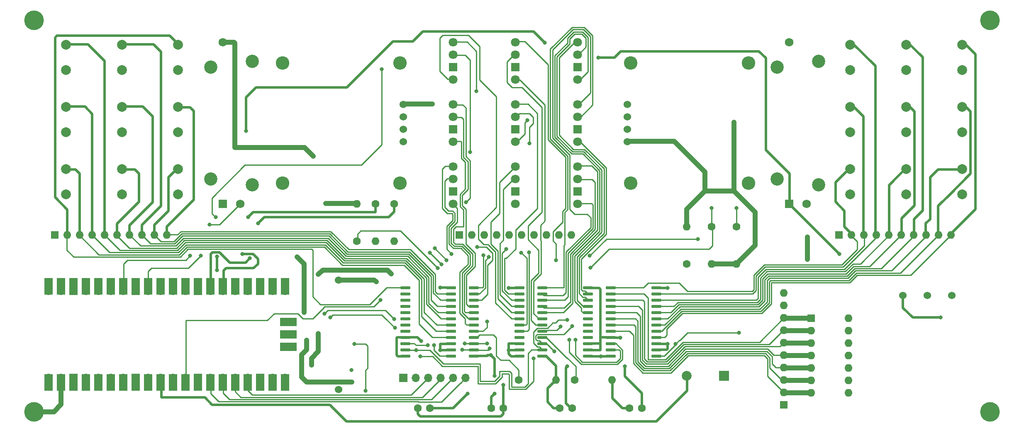
<source format=gbr>
%TF.GenerationSoftware,KiCad,Pcbnew,(5.1.10)-1*%
%TF.CreationDate,2021-07-10T16:23:30-04:00*%
%TF.ProjectId,RICM_pico,5249434d-5f70-4696-936f-2e6b69636164,rev?*%
%TF.SameCoordinates,Original*%
%TF.FileFunction,Copper,L1,Top*%
%TF.FilePolarity,Positive*%
%FSLAX46Y46*%
G04 Gerber Fmt 4.6, Leading zero omitted, Abs format (unit mm)*
G04 Created by KiCad (PCBNEW (5.1.10)-1) date 2021-07-10 16:23:30*
%MOMM*%
%LPD*%
G01*
G04 APERTURE LIST*
%TA.AperFunction,ComponentPad*%
%ADD10C,1.524000*%
%TD*%
%TA.AperFunction,ComponentPad*%
%ADD11C,1.600000*%
%TD*%
%TA.AperFunction,ComponentPad*%
%ADD12R,1.800000X1.800000*%
%TD*%
%TA.AperFunction,ComponentPad*%
%ADD13C,1.800000*%
%TD*%
%TA.AperFunction,ComponentPad*%
%ADD14O,1.600000X1.600000*%
%TD*%
%TA.AperFunction,ComponentPad*%
%ADD15R,1.600000X1.600000*%
%TD*%
%TA.AperFunction,ComponentPad*%
%ADD16R,2.000000X2.000000*%
%TD*%
%TA.AperFunction,ComponentPad*%
%ADD17C,2.000000*%
%TD*%
%TA.AperFunction,ComponentPad*%
%ADD18C,2.750000*%
%TD*%
%TA.AperFunction,ComponentPad*%
%ADD19R,1.700000X1.700000*%
%TD*%
%TA.AperFunction,ComponentPad*%
%ADD20O,1.700000X1.700000*%
%TD*%
%TA.AperFunction,SMDPad,CuDef*%
%ADD21R,1.700000X3.500000*%
%TD*%
%TA.AperFunction,SMDPad,CuDef*%
%ADD22R,3.500000X1.700000*%
%TD*%
%TA.AperFunction,ComponentPad*%
%ADD23R,1.750000X1.750000*%
%TD*%
%TA.AperFunction,ComponentPad*%
%ADD24C,1.750000*%
%TD*%
%TA.AperFunction,ComponentPad*%
%ADD25C,2.700000*%
%TD*%
%TA.AperFunction,ViaPad*%
%ADD26C,4.000000*%
%TD*%
%TA.AperFunction,ViaPad*%
%ADD27C,0.800000*%
%TD*%
%TA.AperFunction,Conductor*%
%ADD28C,0.500000*%
%TD*%
%TA.AperFunction,Conductor*%
%ADD29C,1.000000*%
%TD*%
%TA.AperFunction,Conductor*%
%ADD30C,0.250000*%
%TD*%
G04 APERTURE END LIST*
D10*
%TO.P,RV3,3*%
%TO.N,+3V3*%
X233496000Y-109228000D03*
%TO.P,RV3,2*%
%TO.N,Net-(RV3-Pad2)*%
X238496000Y-109228000D03*
%TO.P,RV3,1*%
%TO.N,AGND*%
X243496000Y-109228000D03*
%TD*%
%TO.P,F1,2*%
%TO.N,+3V3*%
X118339000Y-106056000D03*
%TO.P,F1,1*%
%TO.N,Net-(F1-Pad1)*%
X118339000Y-128456000D03*
%TD*%
D11*
%TO.P,C5,2*%
%TO.N,Earth*%
X180246000Y-132228000D03*
%TO.P,C5,1*%
%TO.N,+3V3*%
X177746000Y-132228000D03*
%TD*%
%TO.P,C4,2*%
%TO.N,Earth*%
X165996000Y-132228000D03*
%TO.P,C4,1*%
%TO.N,+3V3*%
X163496000Y-132228000D03*
%TD*%
%TO.P,C3,2*%
%TO.N,Earth*%
X151996000Y-132228000D03*
%TO.P,C3,1*%
%TO.N,+3V3*%
X149496000Y-132228000D03*
%TD*%
%TO.P,C2,2*%
%TO.N,Earth*%
X134496000Y-132228000D03*
%TO.P,C2,1*%
%TO.N,+3V3*%
X136996000Y-132228000D03*
%TD*%
D12*
%TO.P,D3,1*%
%TO.N,Net-(D3-Pad1)*%
X141746000Y-75268000D03*
D13*
%TO.P,D3,3*%
%TO.N,Net-(D3-Pad3)*%
X141746000Y-72728000D03*
%TO.P,D3,4*%
%TO.N,Net-(D3-Pad4)*%
X141746000Y-70188000D03*
%TO.P,D3,2*%
%TO.N,Net-(D3-Pad2)*%
X141746000Y-77808000D03*
%TD*%
D11*
%TO.P,R6,1*%
%TO.N,SDA1*%
X199566000Y-95158000D03*
D14*
%TO.P,R6,2*%
%TO.N,+3V3*%
X199566000Y-102778000D03*
%TD*%
D11*
%TO.P,R8,1*%
%TO.N,INT1*%
X122096000Y-98168000D03*
D14*
%TO.P,R8,2*%
%TO.N,+3V3*%
X122096000Y-90548000D03*
%TD*%
D15*
%TO.P,RN4,1*%
%TO.N,+5V*%
X143016000Y-96858000D03*
D14*
%TO.P,RN4,2*%
%TO.N,Net-(D2-Pad1)*%
X145556000Y-96858000D03*
%TO.P,RN4,3*%
%TO.N,Net-(D3-Pad1)*%
X148096000Y-96858000D03*
%TO.P,RN4,4*%
%TO.N,Net-(D4-Pad1)*%
X150636000Y-96858000D03*
%TO.P,RN4,5*%
%TO.N,Net-(D5-Pad1)*%
X153176000Y-96858000D03*
%TO.P,RN4,6*%
%TO.N,Net-(D6-Pad1)*%
X155716000Y-96858000D03*
%TO.P,RN4,7*%
%TO.N,Net-(D7-Pad1)*%
X158256000Y-96858000D03*
%TO.P,RN4,8*%
%TO.N,Net-(D8-Pad1)*%
X160796000Y-96858000D03*
%TO.P,RN4,9*%
%TO.N,Net-(D9-Pad1)*%
X163336000Y-96858000D03*
%TO.P,RN4,10*%
%TO.N,Net-(D10-Pad1)*%
X165876000Y-96858000D03*
%TD*%
%TO.P,U5,1*%
%TO.N,+3V3*%
%TA.AperFunction,SMDPad,CuDef*%
G36*
G01*
X170281000Y-121473000D02*
X170281000Y-121773000D01*
G75*
G02*
X170131000Y-121923000I-150000J0D01*
G01*
X168381000Y-121923000D01*
G75*
G02*
X168231000Y-121773000I0J150000D01*
G01*
X168231000Y-121473000D01*
G75*
G02*
X168381000Y-121323000I150000J0D01*
G01*
X170131000Y-121323000D01*
G75*
G02*
X170281000Y-121473000I0J-150000D01*
G01*
G37*
%TD.AperFunction*%
%TO.P,U5,2*%
%TO.N,Earth*%
%TA.AperFunction,SMDPad,CuDef*%
G36*
G01*
X170281000Y-120203000D02*
X170281000Y-120503000D01*
G75*
G02*
X170131000Y-120653000I-150000J0D01*
G01*
X168381000Y-120653000D01*
G75*
G02*
X168231000Y-120503000I0J150000D01*
G01*
X168231000Y-120203000D01*
G75*
G02*
X168381000Y-120053000I150000J0D01*
G01*
X170131000Y-120053000D01*
G75*
G02*
X170281000Y-120203000I0J-150000D01*
G01*
G37*
%TD.AperFunction*%
%TO.P,U5,3*%
%TA.AperFunction,SMDPad,CuDef*%
G36*
G01*
X170281000Y-118933000D02*
X170281000Y-119233000D01*
G75*
G02*
X170131000Y-119383000I-150000J0D01*
G01*
X168381000Y-119383000D01*
G75*
G02*
X168231000Y-119233000I0J150000D01*
G01*
X168231000Y-118933000D01*
G75*
G02*
X168381000Y-118783000I150000J0D01*
G01*
X170131000Y-118783000D01*
G75*
G02*
X170281000Y-118933000I0J-150000D01*
G01*
G37*
%TD.AperFunction*%
%TO.P,U5,4*%
%TO.N,c9*%
%TA.AperFunction,SMDPad,CuDef*%
G36*
G01*
X170281000Y-117663000D02*
X170281000Y-117963000D01*
G75*
G02*
X170131000Y-118113000I-150000J0D01*
G01*
X168381000Y-118113000D01*
G75*
G02*
X168231000Y-117963000I0J150000D01*
G01*
X168231000Y-117663000D01*
G75*
G02*
X168381000Y-117513000I150000J0D01*
G01*
X170131000Y-117513000D01*
G75*
G02*
X170281000Y-117663000I0J-150000D01*
G01*
G37*
%TD.AperFunction*%
%TO.P,U5,5*%
%TO.N,c10*%
%TA.AperFunction,SMDPad,CuDef*%
G36*
G01*
X170281000Y-116393000D02*
X170281000Y-116693000D01*
G75*
G02*
X170131000Y-116843000I-150000J0D01*
G01*
X168381000Y-116843000D01*
G75*
G02*
X168231000Y-116693000I0J150000D01*
G01*
X168231000Y-116393000D01*
G75*
G02*
X168381000Y-116243000I150000J0D01*
G01*
X170131000Y-116243000D01*
G75*
G02*
X170281000Y-116393000I0J-150000D01*
G01*
G37*
%TD.AperFunction*%
%TO.P,U5,6*%
%TO.N,c11*%
%TA.AperFunction,SMDPad,CuDef*%
G36*
G01*
X170281000Y-115123000D02*
X170281000Y-115423000D01*
G75*
G02*
X170131000Y-115573000I-150000J0D01*
G01*
X168381000Y-115573000D01*
G75*
G02*
X168231000Y-115423000I0J150000D01*
G01*
X168231000Y-115123000D01*
G75*
G02*
X168381000Y-114973000I150000J0D01*
G01*
X170131000Y-114973000D01*
G75*
G02*
X170281000Y-115123000I0J-150000D01*
G01*
G37*
%TD.AperFunction*%
%TO.P,U5,7*%
%TO.N,c12*%
%TA.AperFunction,SMDPad,CuDef*%
G36*
G01*
X170281000Y-113853000D02*
X170281000Y-114153000D01*
G75*
G02*
X170131000Y-114303000I-150000J0D01*
G01*
X168381000Y-114303000D01*
G75*
G02*
X168231000Y-114153000I0J150000D01*
G01*
X168231000Y-113853000D01*
G75*
G02*
X168381000Y-113703000I150000J0D01*
G01*
X170131000Y-113703000D01*
G75*
G02*
X170281000Y-113853000I0J-150000D01*
G01*
G37*
%TD.AperFunction*%
%TO.P,U5,8*%
%TO.N,Net-(D10-Pad2)*%
%TA.AperFunction,SMDPad,CuDef*%
G36*
G01*
X170281000Y-112583000D02*
X170281000Y-112883000D01*
G75*
G02*
X170131000Y-113033000I-150000J0D01*
G01*
X168381000Y-113033000D01*
G75*
G02*
X168231000Y-112883000I0J150000D01*
G01*
X168231000Y-112583000D01*
G75*
G02*
X168381000Y-112433000I150000J0D01*
G01*
X170131000Y-112433000D01*
G75*
G02*
X170281000Y-112583000I0J-150000D01*
G01*
G37*
%TD.AperFunction*%
%TO.P,U5,9*%
%TO.N,Net-(D10-Pad3)*%
%TA.AperFunction,SMDPad,CuDef*%
G36*
G01*
X170281000Y-111313000D02*
X170281000Y-111613000D01*
G75*
G02*
X170131000Y-111763000I-150000J0D01*
G01*
X168381000Y-111763000D01*
G75*
G02*
X168231000Y-111613000I0J150000D01*
G01*
X168231000Y-111313000D01*
G75*
G02*
X168381000Y-111163000I150000J0D01*
G01*
X170131000Y-111163000D01*
G75*
G02*
X170281000Y-111313000I0J-150000D01*
G01*
G37*
%TD.AperFunction*%
%TO.P,U5,10*%
%TO.N,Net-(D10-Pad4)*%
%TA.AperFunction,SMDPad,CuDef*%
G36*
G01*
X170281000Y-110043000D02*
X170281000Y-110343000D01*
G75*
G02*
X170131000Y-110493000I-150000J0D01*
G01*
X168381000Y-110493000D01*
G75*
G02*
X168231000Y-110343000I0J150000D01*
G01*
X168231000Y-110043000D01*
G75*
G02*
X168381000Y-109893000I150000J0D01*
G01*
X170131000Y-109893000D01*
G75*
G02*
X170281000Y-110043000I0J-150000D01*
G01*
G37*
%TD.AperFunction*%
%TO.P,U5,11*%
%TO.N,Net-(D9-Pad2)*%
%TA.AperFunction,SMDPad,CuDef*%
G36*
G01*
X170281000Y-108773000D02*
X170281000Y-109073000D01*
G75*
G02*
X170131000Y-109223000I-150000J0D01*
G01*
X168381000Y-109223000D01*
G75*
G02*
X168231000Y-109073000I0J150000D01*
G01*
X168231000Y-108773000D01*
G75*
G02*
X168381000Y-108623000I150000J0D01*
G01*
X170131000Y-108623000D01*
G75*
G02*
X170281000Y-108773000I0J-150000D01*
G01*
G37*
%TD.AperFunction*%
%TO.P,U5,12*%
%TO.N,Earth*%
%TA.AperFunction,SMDPad,CuDef*%
G36*
G01*
X170281000Y-107503000D02*
X170281000Y-107803000D01*
G75*
G02*
X170131000Y-107953000I-150000J0D01*
G01*
X168381000Y-107953000D01*
G75*
G02*
X168231000Y-107803000I0J150000D01*
G01*
X168231000Y-107503000D01*
G75*
G02*
X168381000Y-107353000I150000J0D01*
G01*
X170131000Y-107353000D01*
G75*
G02*
X170281000Y-107503000I0J-150000D01*
G01*
G37*
%TD.AperFunction*%
%TO.P,U5,13*%
%TO.N,Net-(D9-Pad3)*%
%TA.AperFunction,SMDPad,CuDef*%
G36*
G01*
X160981000Y-107503000D02*
X160981000Y-107803000D01*
G75*
G02*
X160831000Y-107953000I-150000J0D01*
G01*
X159081000Y-107953000D01*
G75*
G02*
X158931000Y-107803000I0J150000D01*
G01*
X158931000Y-107503000D01*
G75*
G02*
X159081000Y-107353000I150000J0D01*
G01*
X160831000Y-107353000D01*
G75*
G02*
X160981000Y-107503000I0J-150000D01*
G01*
G37*
%TD.AperFunction*%
%TO.P,U5,14*%
%TO.N,Net-(D9-Pad4)*%
%TA.AperFunction,SMDPad,CuDef*%
G36*
G01*
X160981000Y-108773000D02*
X160981000Y-109073000D01*
G75*
G02*
X160831000Y-109223000I-150000J0D01*
G01*
X159081000Y-109223000D01*
G75*
G02*
X158931000Y-109073000I0J150000D01*
G01*
X158931000Y-108773000D01*
G75*
G02*
X159081000Y-108623000I150000J0D01*
G01*
X160831000Y-108623000D01*
G75*
G02*
X160981000Y-108773000I0J-150000D01*
G01*
G37*
%TD.AperFunction*%
%TO.P,U5,15*%
%TO.N,Net-(D8-Pad2)*%
%TA.AperFunction,SMDPad,CuDef*%
G36*
G01*
X160981000Y-110043000D02*
X160981000Y-110343000D01*
G75*
G02*
X160831000Y-110493000I-150000J0D01*
G01*
X159081000Y-110493000D01*
G75*
G02*
X158931000Y-110343000I0J150000D01*
G01*
X158931000Y-110043000D01*
G75*
G02*
X159081000Y-109893000I150000J0D01*
G01*
X160831000Y-109893000D01*
G75*
G02*
X160981000Y-110043000I0J-150000D01*
G01*
G37*
%TD.AperFunction*%
%TO.P,U5,16*%
%TO.N,Net-(D8-Pad3)*%
%TA.AperFunction,SMDPad,CuDef*%
G36*
G01*
X160981000Y-111313000D02*
X160981000Y-111613000D01*
G75*
G02*
X160831000Y-111763000I-150000J0D01*
G01*
X159081000Y-111763000D01*
G75*
G02*
X158931000Y-111613000I0J150000D01*
G01*
X158931000Y-111313000D01*
G75*
G02*
X159081000Y-111163000I150000J0D01*
G01*
X160831000Y-111163000D01*
G75*
G02*
X160981000Y-111313000I0J-150000D01*
G01*
G37*
%TD.AperFunction*%
%TO.P,U5,17*%
%TO.N,Net-(D8-Pad4)*%
%TA.AperFunction,SMDPad,CuDef*%
G36*
G01*
X160981000Y-112583000D02*
X160981000Y-112883000D01*
G75*
G02*
X160831000Y-113033000I-150000J0D01*
G01*
X159081000Y-113033000D01*
G75*
G02*
X158931000Y-112883000I0J150000D01*
G01*
X158931000Y-112583000D01*
G75*
G02*
X159081000Y-112433000I150000J0D01*
G01*
X160831000Y-112433000D01*
G75*
G02*
X160981000Y-112583000I0J-150000D01*
G01*
G37*
%TD.AperFunction*%
%TO.P,U5,18*%
%TO.N,Net-(D7-Pad2)*%
%TA.AperFunction,SMDPad,CuDef*%
G36*
G01*
X160981000Y-113853000D02*
X160981000Y-114153000D01*
G75*
G02*
X160831000Y-114303000I-150000J0D01*
G01*
X159081000Y-114303000D01*
G75*
G02*
X158931000Y-114153000I0J150000D01*
G01*
X158931000Y-113853000D01*
G75*
G02*
X159081000Y-113703000I150000J0D01*
G01*
X160831000Y-113703000D01*
G75*
G02*
X160981000Y-113853000I0J-150000D01*
G01*
G37*
%TD.AperFunction*%
%TO.P,U5,19*%
%TO.N,Net-(D7-Pad3)*%
%TA.AperFunction,SMDPad,CuDef*%
G36*
G01*
X160981000Y-115123000D02*
X160981000Y-115423000D01*
G75*
G02*
X160831000Y-115573000I-150000J0D01*
G01*
X159081000Y-115573000D01*
G75*
G02*
X158931000Y-115423000I0J150000D01*
G01*
X158931000Y-115123000D01*
G75*
G02*
X159081000Y-114973000I150000J0D01*
G01*
X160831000Y-114973000D01*
G75*
G02*
X160981000Y-115123000I0J-150000D01*
G01*
G37*
%TD.AperFunction*%
%TO.P,U5,20*%
%TO.N,Net-(D7-Pad4)*%
%TA.AperFunction,SMDPad,CuDef*%
G36*
G01*
X160981000Y-116393000D02*
X160981000Y-116693000D01*
G75*
G02*
X160831000Y-116843000I-150000J0D01*
G01*
X159081000Y-116843000D01*
G75*
G02*
X158931000Y-116693000I0J150000D01*
G01*
X158931000Y-116393000D01*
G75*
G02*
X159081000Y-116243000I150000J0D01*
G01*
X160831000Y-116243000D01*
G75*
G02*
X160981000Y-116393000I0J-150000D01*
G01*
G37*
%TD.AperFunction*%
%TO.P,U5,21*%
%TO.N,Net-(R2-Pad1)*%
%TA.AperFunction,SMDPad,CuDef*%
G36*
G01*
X160981000Y-117663000D02*
X160981000Y-117963000D01*
G75*
G02*
X160831000Y-118113000I-150000J0D01*
G01*
X159081000Y-118113000D01*
G75*
G02*
X158931000Y-117963000I0J150000D01*
G01*
X158931000Y-117663000D01*
G75*
G02*
X159081000Y-117513000I150000J0D01*
G01*
X160831000Y-117513000D01*
G75*
G02*
X160981000Y-117663000I0J-150000D01*
G01*
G37*
%TD.AperFunction*%
%TO.P,U5,22*%
%TO.N,SCL1*%
%TA.AperFunction,SMDPad,CuDef*%
G36*
G01*
X160981000Y-118933000D02*
X160981000Y-119233000D01*
G75*
G02*
X160831000Y-119383000I-150000J0D01*
G01*
X159081000Y-119383000D01*
G75*
G02*
X158931000Y-119233000I0J150000D01*
G01*
X158931000Y-118933000D01*
G75*
G02*
X159081000Y-118783000I150000J0D01*
G01*
X160831000Y-118783000D01*
G75*
G02*
X160981000Y-118933000I0J-150000D01*
G01*
G37*
%TD.AperFunction*%
%TO.P,U5,23*%
%TO.N,SDA1*%
%TA.AperFunction,SMDPad,CuDef*%
G36*
G01*
X160981000Y-120203000D02*
X160981000Y-120503000D01*
G75*
G02*
X160831000Y-120653000I-150000J0D01*
G01*
X159081000Y-120653000D01*
G75*
G02*
X158931000Y-120503000I0J150000D01*
G01*
X158931000Y-120203000D01*
G75*
G02*
X159081000Y-120053000I150000J0D01*
G01*
X160831000Y-120053000D01*
G75*
G02*
X160981000Y-120203000I0J-150000D01*
G01*
G37*
%TD.AperFunction*%
%TO.P,U5,24*%
%TO.N,+3V3*%
%TA.AperFunction,SMDPad,CuDef*%
G36*
G01*
X160981000Y-121473000D02*
X160981000Y-121773000D01*
G75*
G02*
X160831000Y-121923000I-150000J0D01*
G01*
X159081000Y-121923000D01*
G75*
G02*
X158931000Y-121773000I0J150000D01*
G01*
X158931000Y-121473000D01*
G75*
G02*
X159081000Y-121323000I150000J0D01*
G01*
X160831000Y-121323000D01*
G75*
G02*
X160981000Y-121473000I0J-150000D01*
G01*
G37*
%TD.AperFunction*%
%TD*%
%TO.P,U4,1*%
%TO.N,Earth*%
%TA.AperFunction,SMDPad,CuDef*%
G36*
G01*
X156311000Y-121473000D02*
X156311000Y-121773000D01*
G75*
G02*
X156161000Y-121923000I-150000J0D01*
G01*
X154411000Y-121923000D01*
G75*
G02*
X154261000Y-121773000I0J150000D01*
G01*
X154261000Y-121473000D01*
G75*
G02*
X154411000Y-121323000I150000J0D01*
G01*
X156161000Y-121323000D01*
G75*
G02*
X156311000Y-121473000I0J-150000D01*
G01*
G37*
%TD.AperFunction*%
%TO.P,U4,2*%
%TA.AperFunction,SMDPad,CuDef*%
G36*
G01*
X156311000Y-120203000D02*
X156311000Y-120503000D01*
G75*
G02*
X156161000Y-120653000I-150000J0D01*
G01*
X154411000Y-120653000D01*
G75*
G02*
X154261000Y-120503000I0J150000D01*
G01*
X154261000Y-120203000D01*
G75*
G02*
X154411000Y-120053000I150000J0D01*
G01*
X156161000Y-120053000D01*
G75*
G02*
X156311000Y-120203000I0J-150000D01*
G01*
G37*
%TD.AperFunction*%
%TO.P,U4,3*%
%TA.AperFunction,SMDPad,CuDef*%
G36*
G01*
X156311000Y-118933000D02*
X156311000Y-119233000D01*
G75*
G02*
X156161000Y-119383000I-150000J0D01*
G01*
X154411000Y-119383000D01*
G75*
G02*
X154261000Y-119233000I0J150000D01*
G01*
X154261000Y-118933000D01*
G75*
G02*
X154411000Y-118783000I150000J0D01*
G01*
X156161000Y-118783000D01*
G75*
G02*
X156311000Y-118933000I0J-150000D01*
G01*
G37*
%TD.AperFunction*%
%TO.P,U4,4*%
%TO.N,c8*%
%TA.AperFunction,SMDPad,CuDef*%
G36*
G01*
X156311000Y-117663000D02*
X156311000Y-117963000D01*
G75*
G02*
X156161000Y-118113000I-150000J0D01*
G01*
X154411000Y-118113000D01*
G75*
G02*
X154261000Y-117963000I0J150000D01*
G01*
X154261000Y-117663000D01*
G75*
G02*
X154411000Y-117513000I150000J0D01*
G01*
X156161000Y-117513000D01*
G75*
G02*
X156311000Y-117663000I0J-150000D01*
G01*
G37*
%TD.AperFunction*%
%TO.P,U4,5*%
%TO.N,Net-(D6-Pad2)*%
%TA.AperFunction,SMDPad,CuDef*%
G36*
G01*
X156311000Y-116393000D02*
X156311000Y-116693000D01*
G75*
G02*
X156161000Y-116843000I-150000J0D01*
G01*
X154411000Y-116843000D01*
G75*
G02*
X154261000Y-116693000I0J150000D01*
G01*
X154261000Y-116393000D01*
G75*
G02*
X154411000Y-116243000I150000J0D01*
G01*
X156161000Y-116243000D01*
G75*
G02*
X156311000Y-116393000I0J-150000D01*
G01*
G37*
%TD.AperFunction*%
%TO.P,U4,6*%
%TO.N,Net-(D6-Pad3)*%
%TA.AperFunction,SMDPad,CuDef*%
G36*
G01*
X156311000Y-115123000D02*
X156311000Y-115423000D01*
G75*
G02*
X156161000Y-115573000I-150000J0D01*
G01*
X154411000Y-115573000D01*
G75*
G02*
X154261000Y-115423000I0J150000D01*
G01*
X154261000Y-115123000D01*
G75*
G02*
X154411000Y-114973000I150000J0D01*
G01*
X156161000Y-114973000D01*
G75*
G02*
X156311000Y-115123000I0J-150000D01*
G01*
G37*
%TD.AperFunction*%
%TO.P,U4,7*%
%TO.N,42*%
%TA.AperFunction,SMDPad,CuDef*%
G36*
G01*
X156311000Y-113853000D02*
X156311000Y-114153000D01*
G75*
G02*
X156161000Y-114303000I-150000J0D01*
G01*
X154411000Y-114303000D01*
G75*
G02*
X154261000Y-114153000I0J150000D01*
G01*
X154261000Y-113853000D01*
G75*
G02*
X154411000Y-113703000I150000J0D01*
G01*
X156161000Y-113703000D01*
G75*
G02*
X156311000Y-113853000I0J-150000D01*
G01*
G37*
%TD.AperFunction*%
%TO.P,U4,8*%
%TO.N,54*%
%TA.AperFunction,SMDPad,CuDef*%
G36*
G01*
X156311000Y-112583000D02*
X156311000Y-112883000D01*
G75*
G02*
X156161000Y-113033000I-150000J0D01*
G01*
X154411000Y-113033000D01*
G75*
G02*
X154261000Y-112883000I0J150000D01*
G01*
X154261000Y-112583000D01*
G75*
G02*
X154411000Y-112433000I150000J0D01*
G01*
X156161000Y-112433000D01*
G75*
G02*
X156311000Y-112583000I0J-150000D01*
G01*
G37*
%TD.AperFunction*%
%TO.P,U4,9*%
%TO.N,Net-(D5-Pad3)*%
%TA.AperFunction,SMDPad,CuDef*%
G36*
G01*
X156311000Y-111313000D02*
X156311000Y-111613000D01*
G75*
G02*
X156161000Y-111763000I-150000J0D01*
G01*
X154411000Y-111763000D01*
G75*
G02*
X154261000Y-111613000I0J150000D01*
G01*
X154261000Y-111313000D01*
G75*
G02*
X154411000Y-111163000I150000J0D01*
G01*
X156161000Y-111163000D01*
G75*
G02*
X156311000Y-111313000I0J-150000D01*
G01*
G37*
%TD.AperFunction*%
%TO.P,U4,10*%
%TO.N,52*%
%TA.AperFunction,SMDPad,CuDef*%
G36*
G01*
X156311000Y-110043000D02*
X156311000Y-110343000D01*
G75*
G02*
X156161000Y-110493000I-150000J0D01*
G01*
X154411000Y-110493000D01*
G75*
G02*
X154261000Y-110343000I0J150000D01*
G01*
X154261000Y-110043000D01*
G75*
G02*
X154411000Y-109893000I150000J0D01*
G01*
X156161000Y-109893000D01*
G75*
G02*
X156311000Y-110043000I0J-150000D01*
G01*
G37*
%TD.AperFunction*%
%TO.P,U4,11*%
%TO.N,64*%
%TA.AperFunction,SMDPad,CuDef*%
G36*
G01*
X156311000Y-108773000D02*
X156311000Y-109073000D01*
G75*
G02*
X156161000Y-109223000I-150000J0D01*
G01*
X154411000Y-109223000D01*
G75*
G02*
X154261000Y-109073000I0J150000D01*
G01*
X154261000Y-108773000D01*
G75*
G02*
X154411000Y-108623000I150000J0D01*
G01*
X156161000Y-108623000D01*
G75*
G02*
X156311000Y-108773000I0J-150000D01*
G01*
G37*
%TD.AperFunction*%
%TO.P,U4,12*%
%TO.N,Earth*%
%TA.AperFunction,SMDPad,CuDef*%
G36*
G01*
X156311000Y-107503000D02*
X156311000Y-107803000D01*
G75*
G02*
X156161000Y-107953000I-150000J0D01*
G01*
X154411000Y-107953000D01*
G75*
G02*
X154261000Y-107803000I0J150000D01*
G01*
X154261000Y-107503000D01*
G75*
G02*
X154411000Y-107353000I150000J0D01*
G01*
X156161000Y-107353000D01*
G75*
G02*
X156311000Y-107503000I0J-150000D01*
G01*
G37*
%TD.AperFunction*%
%TO.P,U4,13*%
%TO.N,Net-(D4-Pad3)*%
%TA.AperFunction,SMDPad,CuDef*%
G36*
G01*
X147011000Y-107503000D02*
X147011000Y-107803000D01*
G75*
G02*
X146861000Y-107953000I-150000J0D01*
G01*
X145111000Y-107953000D01*
G75*
G02*
X144961000Y-107803000I0J150000D01*
G01*
X144961000Y-107503000D01*
G75*
G02*
X145111000Y-107353000I150000J0D01*
G01*
X146861000Y-107353000D01*
G75*
G02*
X147011000Y-107503000I0J-150000D01*
G01*
G37*
%TD.AperFunction*%
%TO.P,U4,14*%
%TO.N,Net-(D4-Pad4)*%
%TA.AperFunction,SMDPad,CuDef*%
G36*
G01*
X147011000Y-108773000D02*
X147011000Y-109073000D01*
G75*
G02*
X146861000Y-109223000I-150000J0D01*
G01*
X145111000Y-109223000D01*
G75*
G02*
X144961000Y-109073000I0J150000D01*
G01*
X144961000Y-108773000D01*
G75*
G02*
X145111000Y-108623000I150000J0D01*
G01*
X146861000Y-108623000D01*
G75*
G02*
X147011000Y-108773000I0J-150000D01*
G01*
G37*
%TD.AperFunction*%
%TO.P,U4,15*%
%TO.N,Net-(D3-Pad4)*%
%TA.AperFunction,SMDPad,CuDef*%
G36*
G01*
X147011000Y-110043000D02*
X147011000Y-110343000D01*
G75*
G02*
X146861000Y-110493000I-150000J0D01*
G01*
X145111000Y-110493000D01*
G75*
G02*
X144961000Y-110343000I0J150000D01*
G01*
X144961000Y-110043000D01*
G75*
G02*
X145111000Y-109893000I150000J0D01*
G01*
X146861000Y-109893000D01*
G75*
G02*
X147011000Y-110043000I0J-150000D01*
G01*
G37*
%TD.AperFunction*%
%TO.P,U4,16*%
%TO.N,Net-(D3-Pad3)*%
%TA.AperFunction,SMDPad,CuDef*%
G36*
G01*
X147011000Y-111313000D02*
X147011000Y-111613000D01*
G75*
G02*
X146861000Y-111763000I-150000J0D01*
G01*
X145111000Y-111763000D01*
G75*
G02*
X144961000Y-111613000I0J150000D01*
G01*
X144961000Y-111313000D01*
G75*
G02*
X145111000Y-111163000I150000J0D01*
G01*
X146861000Y-111163000D01*
G75*
G02*
X147011000Y-111313000I0J-150000D01*
G01*
G37*
%TD.AperFunction*%
%TO.P,U4,17*%
%TO.N,Net-(D3-Pad2)*%
%TA.AperFunction,SMDPad,CuDef*%
G36*
G01*
X147011000Y-112583000D02*
X147011000Y-112883000D01*
G75*
G02*
X146861000Y-113033000I-150000J0D01*
G01*
X145111000Y-113033000D01*
G75*
G02*
X144961000Y-112883000I0J150000D01*
G01*
X144961000Y-112583000D01*
G75*
G02*
X145111000Y-112433000I150000J0D01*
G01*
X146861000Y-112433000D01*
G75*
G02*
X147011000Y-112583000I0J-150000D01*
G01*
G37*
%TD.AperFunction*%
%TO.P,U4,18*%
%TO.N,Net-(D2-Pad2)*%
%TA.AperFunction,SMDPad,CuDef*%
G36*
G01*
X147011000Y-113853000D02*
X147011000Y-114153000D01*
G75*
G02*
X146861000Y-114303000I-150000J0D01*
G01*
X145111000Y-114303000D01*
G75*
G02*
X144961000Y-114153000I0J150000D01*
G01*
X144961000Y-113853000D01*
G75*
G02*
X145111000Y-113703000I150000J0D01*
G01*
X146861000Y-113703000D01*
G75*
G02*
X147011000Y-113853000I0J-150000D01*
G01*
G37*
%TD.AperFunction*%
%TO.P,U4,19*%
%TO.N,Net-(D2-Pad3)*%
%TA.AperFunction,SMDPad,CuDef*%
G36*
G01*
X147011000Y-115123000D02*
X147011000Y-115423000D01*
G75*
G02*
X146861000Y-115573000I-150000J0D01*
G01*
X145111000Y-115573000D01*
G75*
G02*
X144961000Y-115423000I0J150000D01*
G01*
X144961000Y-115123000D01*
G75*
G02*
X145111000Y-114973000I150000J0D01*
G01*
X146861000Y-114973000D01*
G75*
G02*
X147011000Y-115123000I0J-150000D01*
G01*
G37*
%TD.AperFunction*%
%TO.P,U4,20*%
%TO.N,Net-(D2-Pad4)*%
%TA.AperFunction,SMDPad,CuDef*%
G36*
G01*
X147011000Y-116393000D02*
X147011000Y-116693000D01*
G75*
G02*
X146861000Y-116843000I-150000J0D01*
G01*
X145111000Y-116843000D01*
G75*
G02*
X144961000Y-116693000I0J150000D01*
G01*
X144961000Y-116393000D01*
G75*
G02*
X145111000Y-116243000I150000J0D01*
G01*
X146861000Y-116243000D01*
G75*
G02*
X147011000Y-116393000I0J-150000D01*
G01*
G37*
%TD.AperFunction*%
%TO.P,U4,21*%
%TO.N,Net-(R1-Pad1)*%
%TA.AperFunction,SMDPad,CuDef*%
G36*
G01*
X147011000Y-117663000D02*
X147011000Y-117963000D01*
G75*
G02*
X146861000Y-118113000I-150000J0D01*
G01*
X145111000Y-118113000D01*
G75*
G02*
X144961000Y-117963000I0J150000D01*
G01*
X144961000Y-117663000D01*
G75*
G02*
X145111000Y-117513000I150000J0D01*
G01*
X146861000Y-117513000D01*
G75*
G02*
X147011000Y-117663000I0J-150000D01*
G01*
G37*
%TD.AperFunction*%
%TO.P,U4,22*%
%TO.N,SCL0*%
%TA.AperFunction,SMDPad,CuDef*%
G36*
G01*
X147011000Y-118933000D02*
X147011000Y-119233000D01*
G75*
G02*
X146861000Y-119383000I-150000J0D01*
G01*
X145111000Y-119383000D01*
G75*
G02*
X144961000Y-119233000I0J150000D01*
G01*
X144961000Y-118933000D01*
G75*
G02*
X145111000Y-118783000I150000J0D01*
G01*
X146861000Y-118783000D01*
G75*
G02*
X147011000Y-118933000I0J-150000D01*
G01*
G37*
%TD.AperFunction*%
%TO.P,U4,23*%
%TO.N,SDA0*%
%TA.AperFunction,SMDPad,CuDef*%
G36*
G01*
X147011000Y-120203000D02*
X147011000Y-120503000D01*
G75*
G02*
X146861000Y-120653000I-150000J0D01*
G01*
X145111000Y-120653000D01*
G75*
G02*
X144961000Y-120503000I0J150000D01*
G01*
X144961000Y-120203000D01*
G75*
G02*
X145111000Y-120053000I150000J0D01*
G01*
X146861000Y-120053000D01*
G75*
G02*
X147011000Y-120203000I0J-150000D01*
G01*
G37*
%TD.AperFunction*%
%TO.P,U4,24*%
%TO.N,+3V3*%
%TA.AperFunction,SMDPad,CuDef*%
G36*
G01*
X147011000Y-121473000D02*
X147011000Y-121773000D01*
G75*
G02*
X146861000Y-121923000I-150000J0D01*
G01*
X145111000Y-121923000D01*
G75*
G02*
X144961000Y-121773000I0J150000D01*
G01*
X144961000Y-121473000D01*
G75*
G02*
X145111000Y-121323000I150000J0D01*
G01*
X146861000Y-121323000D01*
G75*
G02*
X147011000Y-121473000I0J-150000D01*
G01*
G37*
%TD.AperFunction*%
%TD*%
D16*
%TO.P,LS1,1*%
%TO.N,Earth*%
X197006000Y-125638000D03*
D17*
%TO.P,LS1,2*%
%TO.N,Net-(LS1-Pad2)*%
X189406000Y-125638000D03*
%TD*%
D10*
%TO.P,DS2,1*%
%TO.N,+3V3*%
X177306000Y-77808000D03*
%TO.P,DS2,2*%
%TO.N,Earth*%
X177306000Y-75268000D03*
%TO.P,DS2,3*%
%TO.N,SCL1*%
X177306000Y-72728000D03*
%TO.P,DS2,4*%
%TO.N,SDA1*%
X177306000Y-70188000D03*
D18*
%TO.P,DS2,*%
%TO.N,*%
X177976000Y-61748000D03*
X177976000Y-86248000D03*
X201976000Y-86248000D03*
X201976000Y-61748000D03*
%TD*%
D10*
%TO.P,DS1,1*%
%TO.N,+3V3*%
X131586000Y-70188000D03*
%TO.P,DS1,2*%
%TO.N,Earth*%
X131586000Y-72728000D03*
%TO.P,DS1,3*%
%TO.N,SCL0*%
X131586000Y-75268000D03*
%TO.P,DS1,4*%
%TO.N,SDA0*%
X131586000Y-77808000D03*
D18*
%TO.P,DS1,*%
%TO.N,*%
X130916000Y-86248000D03*
X130916000Y-61748000D03*
X106916000Y-61748000D03*
X106916000Y-86248000D03*
%TD*%
D11*
%TO.P,R7,1*%
%TO.N,INT0*%
X189406000Y-102778000D03*
D14*
%TO.P,R7,2*%
%TO.N,+3V3*%
X189406000Y-95158000D03*
%TD*%
D11*
%TO.P,R5,1*%
%TO.N,SCL1*%
X194486000Y-95158000D03*
D14*
%TO.P,R5,2*%
%TO.N,+3V3*%
X194486000Y-102778000D03*
%TD*%
D11*
%TO.P,R4,1*%
%TO.N,SDA0*%
X125906000Y-90548000D03*
D14*
%TO.P,R4,2*%
%TO.N,+3V3*%
X125906000Y-98168000D03*
%TD*%
D11*
%TO.P,R3,1*%
%TO.N,SCL0*%
X129716000Y-90548000D03*
D14*
%TO.P,R3,2*%
%TO.N,+3V3*%
X129716000Y-98168000D03*
%TD*%
D12*
%TO.P,D10,1*%
%TO.N,Net-(D10-Pad1)*%
X167146000Y-62568000D03*
D13*
%TO.P,D10,3*%
%TO.N,Net-(D10-Pad3)*%
X167146000Y-60028000D03*
%TO.P,D10,4*%
%TO.N,Net-(D10-Pad4)*%
X167146000Y-57488000D03*
%TO.P,D10,2*%
%TO.N,Net-(D10-Pad2)*%
X167146000Y-65108000D03*
%TD*%
D12*
%TO.P,D9,1*%
%TO.N,Net-(D9-Pad1)*%
X167146000Y-75268000D03*
D13*
%TO.P,D9,3*%
%TO.N,Net-(D9-Pad3)*%
X167146000Y-72728000D03*
%TO.P,D9,4*%
%TO.N,Net-(D9-Pad4)*%
X167146000Y-70188000D03*
%TO.P,D9,2*%
%TO.N,Net-(D9-Pad2)*%
X167146000Y-77808000D03*
%TD*%
D12*
%TO.P,D8,1*%
%TO.N,Net-(D8-Pad1)*%
X167146000Y-87968000D03*
D13*
%TO.P,D8,3*%
%TO.N,Net-(D8-Pad3)*%
X167146000Y-85428000D03*
%TO.P,D8,4*%
%TO.N,Net-(D8-Pad4)*%
X167146000Y-82888000D03*
%TO.P,D8,2*%
%TO.N,Net-(D8-Pad2)*%
X167146000Y-90508000D03*
%TD*%
D12*
%TO.P,D7,1*%
%TO.N,Net-(D7-Pad1)*%
X154446000Y-62568000D03*
D13*
%TO.P,D7,3*%
%TO.N,Net-(D7-Pad3)*%
X154446000Y-60028000D03*
%TO.P,D7,4*%
%TO.N,Net-(D7-Pad4)*%
X154446000Y-57488000D03*
%TO.P,D7,2*%
%TO.N,Net-(D7-Pad2)*%
X154446000Y-65108000D03*
%TD*%
D12*
%TO.P,D6,1*%
%TO.N,Net-(D6-Pad1)*%
X154446000Y-75268000D03*
D13*
%TO.P,D6,3*%
%TO.N,Net-(D6-Pad3)*%
X154446000Y-72728000D03*
%TO.P,D6,4*%
%TO.N,64*%
X154446000Y-70188000D03*
%TO.P,D6,2*%
%TO.N,Net-(D6-Pad2)*%
X154446000Y-77808000D03*
%TD*%
D12*
%TO.P,D5,1*%
%TO.N,Net-(D5-Pad1)*%
X154446000Y-87968000D03*
D13*
%TO.P,D5,3*%
%TO.N,Net-(D5-Pad3)*%
X154446000Y-85428000D03*
%TO.P,D5,4*%
%TO.N,54*%
X154446000Y-82888000D03*
%TO.P,D5,2*%
%TO.N,52*%
X154446000Y-90508000D03*
%TD*%
D12*
%TO.P,D4,1*%
%TO.N,Net-(D4-Pad1)*%
X141746000Y-62568000D03*
D13*
%TO.P,D4,3*%
%TO.N,Net-(D4-Pad3)*%
X141746000Y-60028000D03*
%TO.P,D4,4*%
%TO.N,Net-(D4-Pad4)*%
X141746000Y-57488000D03*
%TO.P,D4,2*%
%TO.N,42*%
X141746000Y-65108000D03*
%TD*%
D12*
%TO.P,D2,1*%
%TO.N,Net-(D2-Pad1)*%
X141746000Y-87968000D03*
D13*
%TO.P,D2,3*%
%TO.N,Net-(D2-Pad3)*%
X141746000Y-85428000D03*
%TO.P,D2,4*%
%TO.N,Net-(D2-Pad4)*%
X141746000Y-82888000D03*
%TO.P,D2,2*%
%TO.N,Net-(D2-Pad2)*%
X141746000Y-90508000D03*
%TD*%
D11*
%TO.P,R2,1*%
%TO.N,Net-(R2-Pad1)*%
X166566000Y-126468000D03*
D14*
%TO.P,R2,2*%
%TO.N,+3V3*%
X174186000Y-126468000D03*
%TD*%
D19*
%TO.P,J2,1*%
%TO.N,Earth*%
X131586000Y-126068000D03*
D20*
%TO.P,J2,2*%
%TO.N,Net-(F1-Pad1)*%
X134126000Y-126068000D03*
%TO.P,J2,3*%
%TO.N,GPIO13*%
X136666000Y-126068000D03*
%TO.P,J2,4*%
%TO.N,GPIO12*%
X139206000Y-126068000D03*
%TO.P,J2,5*%
%TO.N,GPIO11*%
X141746000Y-126068000D03*
%TO.P,J2,6*%
%TO.N,GPIO10*%
X144286000Y-126068000D03*
%TD*%
%TO.P,U3,1*%
%TO.N,INT1*%
%TA.AperFunction,SMDPad,CuDef*%
G36*
G01*
X142341000Y-121473000D02*
X142341000Y-121773000D01*
G75*
G02*
X142191000Y-121923000I-150000J0D01*
G01*
X140441000Y-121923000D01*
G75*
G02*
X140291000Y-121773000I0J150000D01*
G01*
X140291000Y-121473000D01*
G75*
G02*
X140441000Y-121323000I150000J0D01*
G01*
X142191000Y-121323000D01*
G75*
G02*
X142341000Y-121473000I0J-150000D01*
G01*
G37*
%TD.AperFunction*%
%TO.P,U3,2*%
%TO.N,Earth*%
%TA.AperFunction,SMDPad,CuDef*%
G36*
G01*
X142341000Y-120203000D02*
X142341000Y-120503000D01*
G75*
G02*
X142191000Y-120653000I-150000J0D01*
G01*
X140441000Y-120653000D01*
G75*
G02*
X140291000Y-120503000I0J150000D01*
G01*
X140291000Y-120203000D01*
G75*
G02*
X140441000Y-120053000I150000J0D01*
G01*
X142191000Y-120053000D01*
G75*
G02*
X142341000Y-120203000I0J-150000D01*
G01*
G37*
%TD.AperFunction*%
%TO.P,U3,3*%
%TA.AperFunction,SMDPad,CuDef*%
G36*
G01*
X142341000Y-118933000D02*
X142341000Y-119233000D01*
G75*
G02*
X142191000Y-119383000I-150000J0D01*
G01*
X140441000Y-119383000D01*
G75*
G02*
X140291000Y-119233000I0J150000D01*
G01*
X140291000Y-118933000D01*
G75*
G02*
X140441000Y-118783000I150000J0D01*
G01*
X142191000Y-118783000D01*
G75*
G02*
X142341000Y-118933000I0J-150000D01*
G01*
G37*
%TD.AperFunction*%
%TO.P,U3,4*%
%TO.N,sw10*%
%TA.AperFunction,SMDPad,CuDef*%
G36*
G01*
X142341000Y-117663000D02*
X142341000Y-117963000D01*
G75*
G02*
X142191000Y-118113000I-150000J0D01*
G01*
X140441000Y-118113000D01*
G75*
G02*
X140291000Y-117963000I0J150000D01*
G01*
X140291000Y-117663000D01*
G75*
G02*
X140441000Y-117513000I150000J0D01*
G01*
X142191000Y-117513000D01*
G75*
G02*
X142341000Y-117663000I0J-150000D01*
G01*
G37*
%TD.AperFunction*%
%TO.P,U3,5*%
%TO.N,sw11*%
%TA.AperFunction,SMDPad,CuDef*%
G36*
G01*
X142341000Y-116393000D02*
X142341000Y-116693000D01*
G75*
G02*
X142191000Y-116843000I-150000J0D01*
G01*
X140441000Y-116843000D01*
G75*
G02*
X140291000Y-116693000I0J150000D01*
G01*
X140291000Y-116393000D01*
G75*
G02*
X140441000Y-116243000I150000J0D01*
G01*
X142191000Y-116243000D01*
G75*
G02*
X142341000Y-116393000I0J-150000D01*
G01*
G37*
%TD.AperFunction*%
%TO.P,U3,6*%
%TO.N,sw12*%
%TA.AperFunction,SMDPad,CuDef*%
G36*
G01*
X142341000Y-115123000D02*
X142341000Y-115423000D01*
G75*
G02*
X142191000Y-115573000I-150000J0D01*
G01*
X140441000Y-115573000D01*
G75*
G02*
X140291000Y-115423000I0J150000D01*
G01*
X140291000Y-115123000D01*
G75*
G02*
X140441000Y-114973000I150000J0D01*
G01*
X142191000Y-114973000D01*
G75*
G02*
X142341000Y-115123000I0J-150000D01*
G01*
G37*
%TD.AperFunction*%
%TO.P,U3,7*%
%TO.N,sw13*%
%TA.AperFunction,SMDPad,CuDef*%
G36*
G01*
X142341000Y-113853000D02*
X142341000Y-114153000D01*
G75*
G02*
X142191000Y-114303000I-150000J0D01*
G01*
X140441000Y-114303000D01*
G75*
G02*
X140291000Y-114153000I0J150000D01*
G01*
X140291000Y-113853000D01*
G75*
G02*
X140441000Y-113703000I150000J0D01*
G01*
X142191000Y-113703000D01*
G75*
G02*
X142341000Y-113853000I0J-150000D01*
G01*
G37*
%TD.AperFunction*%
%TO.P,U3,8*%
%TO.N,sw14*%
%TA.AperFunction,SMDPad,CuDef*%
G36*
G01*
X142341000Y-112583000D02*
X142341000Y-112883000D01*
G75*
G02*
X142191000Y-113033000I-150000J0D01*
G01*
X140441000Y-113033000D01*
G75*
G02*
X140291000Y-112883000I0J150000D01*
G01*
X140291000Y-112583000D01*
G75*
G02*
X140441000Y-112433000I150000J0D01*
G01*
X142191000Y-112433000D01*
G75*
G02*
X142341000Y-112583000I0J-150000D01*
G01*
G37*
%TD.AperFunction*%
%TO.P,U3,9*%
%TO.N,sw15*%
%TA.AperFunction,SMDPad,CuDef*%
G36*
G01*
X142341000Y-111313000D02*
X142341000Y-111613000D01*
G75*
G02*
X142191000Y-111763000I-150000J0D01*
G01*
X140441000Y-111763000D01*
G75*
G02*
X140291000Y-111613000I0J150000D01*
G01*
X140291000Y-111313000D01*
G75*
G02*
X140441000Y-111163000I150000J0D01*
G01*
X142191000Y-111163000D01*
G75*
G02*
X142341000Y-111313000I0J-150000D01*
G01*
G37*
%TD.AperFunction*%
%TO.P,U3,10*%
%TO.N,sw16*%
%TA.AperFunction,SMDPad,CuDef*%
G36*
G01*
X142341000Y-110043000D02*
X142341000Y-110343000D01*
G75*
G02*
X142191000Y-110493000I-150000J0D01*
G01*
X140441000Y-110493000D01*
G75*
G02*
X140291000Y-110343000I0J150000D01*
G01*
X140291000Y-110043000D01*
G75*
G02*
X140441000Y-109893000I150000J0D01*
G01*
X142191000Y-109893000D01*
G75*
G02*
X142341000Y-110043000I0J-150000D01*
G01*
G37*
%TD.AperFunction*%
%TO.P,U3,11*%
%TO.N,sw17*%
%TA.AperFunction,SMDPad,CuDef*%
G36*
G01*
X142341000Y-108773000D02*
X142341000Y-109073000D01*
G75*
G02*
X142191000Y-109223000I-150000J0D01*
G01*
X140441000Y-109223000D01*
G75*
G02*
X140291000Y-109073000I0J150000D01*
G01*
X140291000Y-108773000D01*
G75*
G02*
X140441000Y-108623000I150000J0D01*
G01*
X142191000Y-108623000D01*
G75*
G02*
X142341000Y-108773000I0J-150000D01*
G01*
G37*
%TD.AperFunction*%
%TO.P,U3,12*%
%TO.N,Earth*%
%TA.AperFunction,SMDPad,CuDef*%
G36*
G01*
X142341000Y-107503000D02*
X142341000Y-107803000D01*
G75*
G02*
X142191000Y-107953000I-150000J0D01*
G01*
X140441000Y-107953000D01*
G75*
G02*
X140291000Y-107803000I0J150000D01*
G01*
X140291000Y-107503000D01*
G75*
G02*
X140441000Y-107353000I150000J0D01*
G01*
X142191000Y-107353000D01*
G75*
G02*
X142341000Y-107503000I0J-150000D01*
G01*
G37*
%TD.AperFunction*%
%TO.P,U3,13*%
%TO.N,sw18*%
%TA.AperFunction,SMDPad,CuDef*%
G36*
G01*
X133041000Y-107503000D02*
X133041000Y-107803000D01*
G75*
G02*
X132891000Y-107953000I-150000J0D01*
G01*
X131141000Y-107953000D01*
G75*
G02*
X130991000Y-107803000I0J150000D01*
G01*
X130991000Y-107503000D01*
G75*
G02*
X131141000Y-107353000I150000J0D01*
G01*
X132891000Y-107353000D01*
G75*
G02*
X133041000Y-107503000I0J-150000D01*
G01*
G37*
%TD.AperFunction*%
%TO.P,U3,14*%
%TO.N,c1*%
%TA.AperFunction,SMDPad,CuDef*%
G36*
G01*
X133041000Y-108773000D02*
X133041000Y-109073000D01*
G75*
G02*
X132891000Y-109223000I-150000J0D01*
G01*
X131141000Y-109223000D01*
G75*
G02*
X130991000Y-109073000I0J150000D01*
G01*
X130991000Y-108773000D01*
G75*
G02*
X131141000Y-108623000I150000J0D01*
G01*
X132891000Y-108623000D01*
G75*
G02*
X133041000Y-108773000I0J-150000D01*
G01*
G37*
%TD.AperFunction*%
%TO.P,U3,15*%
%TO.N,c2*%
%TA.AperFunction,SMDPad,CuDef*%
G36*
G01*
X133041000Y-110043000D02*
X133041000Y-110343000D01*
G75*
G02*
X132891000Y-110493000I-150000J0D01*
G01*
X131141000Y-110493000D01*
G75*
G02*
X130991000Y-110343000I0J150000D01*
G01*
X130991000Y-110043000D01*
G75*
G02*
X131141000Y-109893000I150000J0D01*
G01*
X132891000Y-109893000D01*
G75*
G02*
X133041000Y-110043000I0J-150000D01*
G01*
G37*
%TD.AperFunction*%
%TO.P,U3,16*%
%TO.N,c3*%
%TA.AperFunction,SMDPad,CuDef*%
G36*
G01*
X133041000Y-111313000D02*
X133041000Y-111613000D01*
G75*
G02*
X132891000Y-111763000I-150000J0D01*
G01*
X131141000Y-111763000D01*
G75*
G02*
X130991000Y-111613000I0J150000D01*
G01*
X130991000Y-111313000D01*
G75*
G02*
X131141000Y-111163000I150000J0D01*
G01*
X132891000Y-111163000D01*
G75*
G02*
X133041000Y-111313000I0J-150000D01*
G01*
G37*
%TD.AperFunction*%
%TO.P,U3,17*%
%TO.N,c4*%
%TA.AperFunction,SMDPad,CuDef*%
G36*
G01*
X133041000Y-112583000D02*
X133041000Y-112883000D01*
G75*
G02*
X132891000Y-113033000I-150000J0D01*
G01*
X131141000Y-113033000D01*
G75*
G02*
X130991000Y-112883000I0J150000D01*
G01*
X130991000Y-112583000D01*
G75*
G02*
X131141000Y-112433000I150000J0D01*
G01*
X132891000Y-112433000D01*
G75*
G02*
X133041000Y-112583000I0J-150000D01*
G01*
G37*
%TD.AperFunction*%
%TO.P,U3,18*%
%TO.N,c5*%
%TA.AperFunction,SMDPad,CuDef*%
G36*
G01*
X133041000Y-113853000D02*
X133041000Y-114153000D01*
G75*
G02*
X132891000Y-114303000I-150000J0D01*
G01*
X131141000Y-114303000D01*
G75*
G02*
X130991000Y-114153000I0J150000D01*
G01*
X130991000Y-113853000D01*
G75*
G02*
X131141000Y-113703000I150000J0D01*
G01*
X132891000Y-113703000D01*
G75*
G02*
X133041000Y-113853000I0J-150000D01*
G01*
G37*
%TD.AperFunction*%
%TO.P,U3,19*%
%TO.N,c6*%
%TA.AperFunction,SMDPad,CuDef*%
G36*
G01*
X133041000Y-115123000D02*
X133041000Y-115423000D01*
G75*
G02*
X132891000Y-115573000I-150000J0D01*
G01*
X131141000Y-115573000D01*
G75*
G02*
X130991000Y-115423000I0J150000D01*
G01*
X130991000Y-115123000D01*
G75*
G02*
X131141000Y-114973000I150000J0D01*
G01*
X132891000Y-114973000D01*
G75*
G02*
X133041000Y-115123000I0J-150000D01*
G01*
G37*
%TD.AperFunction*%
%TO.P,U3,20*%
%TO.N,c7*%
%TA.AperFunction,SMDPad,CuDef*%
G36*
G01*
X133041000Y-116393000D02*
X133041000Y-116693000D01*
G75*
G02*
X132891000Y-116843000I-150000J0D01*
G01*
X131141000Y-116843000D01*
G75*
G02*
X130991000Y-116693000I0J150000D01*
G01*
X130991000Y-116393000D01*
G75*
G02*
X131141000Y-116243000I150000J0D01*
G01*
X132891000Y-116243000D01*
G75*
G02*
X133041000Y-116393000I0J-150000D01*
G01*
G37*
%TD.AperFunction*%
%TO.P,U3,21*%
%TO.N,+3V3*%
%TA.AperFunction,SMDPad,CuDef*%
G36*
G01*
X133041000Y-117663000D02*
X133041000Y-117963000D01*
G75*
G02*
X132891000Y-118113000I-150000J0D01*
G01*
X131141000Y-118113000D01*
G75*
G02*
X130991000Y-117963000I0J150000D01*
G01*
X130991000Y-117663000D01*
G75*
G02*
X131141000Y-117513000I150000J0D01*
G01*
X132891000Y-117513000D01*
G75*
G02*
X133041000Y-117663000I0J-150000D01*
G01*
G37*
%TD.AperFunction*%
%TO.P,U3,22*%
%TO.N,SCL1*%
%TA.AperFunction,SMDPad,CuDef*%
G36*
G01*
X133041000Y-118933000D02*
X133041000Y-119233000D01*
G75*
G02*
X132891000Y-119383000I-150000J0D01*
G01*
X131141000Y-119383000D01*
G75*
G02*
X130991000Y-119233000I0J150000D01*
G01*
X130991000Y-118933000D01*
G75*
G02*
X131141000Y-118783000I150000J0D01*
G01*
X132891000Y-118783000D01*
G75*
G02*
X133041000Y-118933000I0J-150000D01*
G01*
G37*
%TD.AperFunction*%
%TO.P,U3,23*%
%TO.N,SDA1*%
%TA.AperFunction,SMDPad,CuDef*%
G36*
G01*
X133041000Y-120203000D02*
X133041000Y-120503000D01*
G75*
G02*
X132891000Y-120653000I-150000J0D01*
G01*
X131141000Y-120653000D01*
G75*
G02*
X130991000Y-120503000I0J150000D01*
G01*
X130991000Y-120203000D01*
G75*
G02*
X131141000Y-120053000I150000J0D01*
G01*
X132891000Y-120053000D01*
G75*
G02*
X133041000Y-120203000I0J-150000D01*
G01*
G37*
%TD.AperFunction*%
%TO.P,U3,24*%
%TO.N,+3V3*%
%TA.AperFunction,SMDPad,CuDef*%
G36*
G01*
X133041000Y-121473000D02*
X133041000Y-121773000D01*
G75*
G02*
X132891000Y-121923000I-150000J0D01*
G01*
X131141000Y-121923000D01*
G75*
G02*
X130991000Y-121773000I0J150000D01*
G01*
X130991000Y-121473000D01*
G75*
G02*
X131141000Y-121323000I150000J0D01*
G01*
X132891000Y-121323000D01*
G75*
G02*
X133041000Y-121473000I0J-150000D01*
G01*
G37*
%TD.AperFunction*%
%TD*%
D15*
%TO.P,SW19,1*%
%TO.N,sw19*%
X214757000Y-113919000D03*
D14*
%TO.P,SW19,8*%
%TO.N,Earth*%
X222377000Y-129159000D03*
%TO.P,SW19,2*%
%TO.N,sw20*%
X214757000Y-116459000D03*
%TO.P,SW19,9*%
%TO.N,Earth*%
X222377000Y-126619000D03*
%TO.P,SW19,3*%
%TO.N,sw21*%
X214757000Y-118999000D03*
%TO.P,SW19,10*%
%TO.N,Earth*%
X222377000Y-124079000D03*
%TO.P,SW19,4*%
%TO.N,sw22*%
X214757000Y-121539000D03*
%TO.P,SW19,11*%
%TO.N,Earth*%
X222377000Y-121539000D03*
%TO.P,SW19,5*%
%TO.N,sw23*%
X214757000Y-124079000D03*
%TO.P,SW19,12*%
%TO.N,Earth*%
X222377000Y-118999000D03*
%TO.P,SW19,6*%
%TO.N,sw24*%
X214757000Y-126619000D03*
%TO.P,SW19,13*%
%TO.N,Earth*%
X222377000Y-116459000D03*
%TO.P,SW19,7*%
%TO.N,sw25*%
X214757000Y-129159000D03*
%TO.P,SW19,14*%
%TO.N,Earth*%
X222377000Y-113919000D03*
%TD*%
D17*
%TO.P,SW18,2*%
%TO.N,Earth*%
X85612000Y-63177600D03*
%TO.P,SW18,1*%
%TO.N,sw18*%
X85612000Y-58021400D03*
%TD*%
%TO.P,SW17,2*%
%TO.N,Earth*%
X85612000Y-75877600D03*
%TO.P,SW17,1*%
%TO.N,sw17*%
X85612000Y-70721400D03*
%TD*%
%TO.P,SW16,2*%
%TO.N,Earth*%
X85612000Y-88577600D03*
%TO.P,SW16,1*%
%TO.N,sw16*%
X85612000Y-83421400D03*
%TD*%
%TO.P,SW15,2*%
%TO.N,Earth*%
X74182000Y-63177600D03*
%TO.P,SW15,1*%
%TO.N,sw15*%
X74182000Y-58021400D03*
%TD*%
%TO.P,SW14,2*%
%TO.N,Earth*%
X74182000Y-75877600D03*
%TO.P,SW14,1*%
%TO.N,sw14*%
X74182000Y-70721400D03*
%TD*%
%TO.P,SW13,2*%
%TO.N,Earth*%
X74182000Y-88577600D03*
%TO.P,SW13,1*%
%TO.N,sw13*%
X74182000Y-83421400D03*
%TD*%
%TO.P,SW12,2*%
%TO.N,Earth*%
X62752000Y-63177600D03*
%TO.P,SW12,1*%
%TO.N,sw12*%
X62752000Y-58021400D03*
%TD*%
%TO.P,SW11,2*%
%TO.N,Earth*%
X62752000Y-75877600D03*
%TO.P,SW11,1*%
%TO.N,sw11*%
X62752000Y-70721400D03*
%TD*%
%TO.P,SW10,2*%
%TO.N,Earth*%
X62752000Y-88577600D03*
%TO.P,SW10,1*%
%TO.N,sw10*%
X62752000Y-83421400D03*
%TD*%
D15*
%TO.P,RN3,1*%
%TO.N,+5V*%
X209218000Y-131607000D03*
D14*
%TO.P,RN3,2*%
%TO.N,sw25*%
X209218000Y-129067000D03*
%TO.P,RN3,3*%
%TO.N,sw24*%
X209218000Y-126527000D03*
%TO.P,RN3,4*%
%TO.N,sw23*%
X209218000Y-123987000D03*
%TO.P,RN3,5*%
%TO.N,sw22*%
X209218000Y-121447000D03*
%TO.P,RN3,6*%
%TO.N,sw21*%
X209218000Y-118907000D03*
%TO.P,RN3,7*%
%TO.N,sw20*%
X209218000Y-116367000D03*
%TO.P,RN3,8*%
%TO.N,sw19*%
X209218000Y-113827000D03*
%TO.P,RN3,9*%
%TO.N,Net-(RN3-Pad9)*%
X209218000Y-111287000D03*
%TO.P,RN3,10*%
%TO.N,Net-(RN3-Pad10)*%
X209218000Y-108747000D03*
%TD*%
D15*
%TO.P,RN2,1*%
%TO.N,+5V*%
X60466000Y-96858000D03*
D14*
%TO.P,RN2,2*%
%TO.N,sw18*%
X63006000Y-96858000D03*
%TO.P,RN2,3*%
%TO.N,sw10*%
X65546000Y-96858000D03*
%TO.P,RN2,4*%
%TO.N,sw11*%
X68086000Y-96858000D03*
%TO.P,RN2,5*%
%TO.N,sw12*%
X70626000Y-96858000D03*
%TO.P,RN2,6*%
%TO.N,sw13*%
X73166000Y-96858000D03*
%TO.P,RN2,7*%
%TO.N,sw14*%
X75706000Y-96858000D03*
%TO.P,RN2,8*%
%TO.N,sw15*%
X78246000Y-96858000D03*
%TO.P,RN2,9*%
%TO.N,sw16*%
X80786000Y-96858000D03*
%TO.P,RN2,10*%
%TO.N,sw17*%
X83326000Y-96858000D03*
%TD*%
D11*
%TO.P,R1,1*%
%TO.N,Net-(R1-Pad1)*%
X155136000Y-126468000D03*
D14*
%TO.P,R1,2*%
%TO.N,+3V3*%
X162756000Y-126468000D03*
%TD*%
%TO.P,U2,1*%
%TO.N,INT0*%
%TA.AperFunction,SMDPad,CuDef*%
G36*
G01*
X184251000Y-121473000D02*
X184251000Y-121773000D01*
G75*
G02*
X184101000Y-121923000I-150000J0D01*
G01*
X182351000Y-121923000D01*
G75*
G02*
X182201000Y-121773000I0J150000D01*
G01*
X182201000Y-121473000D01*
G75*
G02*
X182351000Y-121323000I150000J0D01*
G01*
X184101000Y-121323000D01*
G75*
G02*
X184251000Y-121473000I0J-150000D01*
G01*
G37*
%TD.AperFunction*%
%TO.P,U2,2*%
%TO.N,Earth*%
%TA.AperFunction,SMDPad,CuDef*%
G36*
G01*
X184251000Y-120203000D02*
X184251000Y-120503000D01*
G75*
G02*
X184101000Y-120653000I-150000J0D01*
G01*
X182351000Y-120653000D01*
G75*
G02*
X182201000Y-120503000I0J150000D01*
G01*
X182201000Y-120203000D01*
G75*
G02*
X182351000Y-120053000I150000J0D01*
G01*
X184101000Y-120053000D01*
G75*
G02*
X184251000Y-120203000I0J-150000D01*
G01*
G37*
%TD.AperFunction*%
%TO.P,U2,3*%
%TA.AperFunction,SMDPad,CuDef*%
G36*
G01*
X184251000Y-118933000D02*
X184251000Y-119233000D01*
G75*
G02*
X184101000Y-119383000I-150000J0D01*
G01*
X182351000Y-119383000D01*
G75*
G02*
X182201000Y-119233000I0J150000D01*
G01*
X182201000Y-118933000D01*
G75*
G02*
X182351000Y-118783000I150000J0D01*
G01*
X184101000Y-118783000D01*
G75*
G02*
X184251000Y-118933000I0J-150000D01*
G01*
G37*
%TD.AperFunction*%
%TO.P,U2,4*%
%TO.N,sw9*%
%TA.AperFunction,SMDPad,CuDef*%
G36*
G01*
X184251000Y-117663000D02*
X184251000Y-117963000D01*
G75*
G02*
X184101000Y-118113000I-150000J0D01*
G01*
X182351000Y-118113000D01*
G75*
G02*
X182201000Y-117963000I0J150000D01*
G01*
X182201000Y-117663000D01*
G75*
G02*
X182351000Y-117513000I150000J0D01*
G01*
X184101000Y-117513000D01*
G75*
G02*
X184251000Y-117663000I0J-150000D01*
G01*
G37*
%TD.AperFunction*%
%TO.P,U2,5*%
%TO.N,sw8*%
%TA.AperFunction,SMDPad,CuDef*%
G36*
G01*
X184251000Y-116393000D02*
X184251000Y-116693000D01*
G75*
G02*
X184101000Y-116843000I-150000J0D01*
G01*
X182351000Y-116843000D01*
G75*
G02*
X182201000Y-116693000I0J150000D01*
G01*
X182201000Y-116393000D01*
G75*
G02*
X182351000Y-116243000I150000J0D01*
G01*
X184101000Y-116243000D01*
G75*
G02*
X184251000Y-116393000I0J-150000D01*
G01*
G37*
%TD.AperFunction*%
%TO.P,U2,6*%
%TO.N,sw7*%
%TA.AperFunction,SMDPad,CuDef*%
G36*
G01*
X184251000Y-115123000D02*
X184251000Y-115423000D01*
G75*
G02*
X184101000Y-115573000I-150000J0D01*
G01*
X182351000Y-115573000D01*
G75*
G02*
X182201000Y-115423000I0J150000D01*
G01*
X182201000Y-115123000D01*
G75*
G02*
X182351000Y-114973000I150000J0D01*
G01*
X184101000Y-114973000D01*
G75*
G02*
X184251000Y-115123000I0J-150000D01*
G01*
G37*
%TD.AperFunction*%
%TO.P,U2,7*%
%TO.N,sw6*%
%TA.AperFunction,SMDPad,CuDef*%
G36*
G01*
X184251000Y-113853000D02*
X184251000Y-114153000D01*
G75*
G02*
X184101000Y-114303000I-150000J0D01*
G01*
X182351000Y-114303000D01*
G75*
G02*
X182201000Y-114153000I0J150000D01*
G01*
X182201000Y-113853000D01*
G75*
G02*
X182351000Y-113703000I150000J0D01*
G01*
X184101000Y-113703000D01*
G75*
G02*
X184251000Y-113853000I0J-150000D01*
G01*
G37*
%TD.AperFunction*%
%TO.P,U2,8*%
%TO.N,sw5*%
%TA.AperFunction,SMDPad,CuDef*%
G36*
G01*
X184251000Y-112583000D02*
X184251000Y-112883000D01*
G75*
G02*
X184101000Y-113033000I-150000J0D01*
G01*
X182351000Y-113033000D01*
G75*
G02*
X182201000Y-112883000I0J150000D01*
G01*
X182201000Y-112583000D01*
G75*
G02*
X182351000Y-112433000I150000J0D01*
G01*
X184101000Y-112433000D01*
G75*
G02*
X184251000Y-112583000I0J-150000D01*
G01*
G37*
%TD.AperFunction*%
%TO.P,U2,9*%
%TO.N,sw4*%
%TA.AperFunction,SMDPad,CuDef*%
G36*
G01*
X184251000Y-111313000D02*
X184251000Y-111613000D01*
G75*
G02*
X184101000Y-111763000I-150000J0D01*
G01*
X182351000Y-111763000D01*
G75*
G02*
X182201000Y-111613000I0J150000D01*
G01*
X182201000Y-111313000D01*
G75*
G02*
X182351000Y-111163000I150000J0D01*
G01*
X184101000Y-111163000D01*
G75*
G02*
X184251000Y-111313000I0J-150000D01*
G01*
G37*
%TD.AperFunction*%
%TO.P,U2,10*%
%TO.N,sw3*%
%TA.AperFunction,SMDPad,CuDef*%
G36*
G01*
X184251000Y-110043000D02*
X184251000Y-110343000D01*
G75*
G02*
X184101000Y-110493000I-150000J0D01*
G01*
X182351000Y-110493000D01*
G75*
G02*
X182201000Y-110343000I0J150000D01*
G01*
X182201000Y-110043000D01*
G75*
G02*
X182351000Y-109893000I150000J0D01*
G01*
X184101000Y-109893000D01*
G75*
G02*
X184251000Y-110043000I0J-150000D01*
G01*
G37*
%TD.AperFunction*%
%TO.P,U2,11*%
%TO.N,sw2*%
%TA.AperFunction,SMDPad,CuDef*%
G36*
G01*
X184251000Y-108773000D02*
X184251000Y-109073000D01*
G75*
G02*
X184101000Y-109223000I-150000J0D01*
G01*
X182351000Y-109223000D01*
G75*
G02*
X182201000Y-109073000I0J150000D01*
G01*
X182201000Y-108773000D01*
G75*
G02*
X182351000Y-108623000I150000J0D01*
G01*
X184101000Y-108623000D01*
G75*
G02*
X184251000Y-108773000I0J-150000D01*
G01*
G37*
%TD.AperFunction*%
%TO.P,U2,12*%
%TO.N,Earth*%
%TA.AperFunction,SMDPad,CuDef*%
G36*
G01*
X184251000Y-107503000D02*
X184251000Y-107803000D01*
G75*
G02*
X184101000Y-107953000I-150000J0D01*
G01*
X182351000Y-107953000D01*
G75*
G02*
X182201000Y-107803000I0J150000D01*
G01*
X182201000Y-107503000D01*
G75*
G02*
X182351000Y-107353000I150000J0D01*
G01*
X184101000Y-107353000D01*
G75*
G02*
X184251000Y-107503000I0J-150000D01*
G01*
G37*
%TD.AperFunction*%
%TO.P,U2,13*%
%TO.N,sw1*%
%TA.AperFunction,SMDPad,CuDef*%
G36*
G01*
X174951000Y-107503000D02*
X174951000Y-107803000D01*
G75*
G02*
X174801000Y-107953000I-150000J0D01*
G01*
X173051000Y-107953000D01*
G75*
G02*
X172901000Y-107803000I0J150000D01*
G01*
X172901000Y-107503000D01*
G75*
G02*
X173051000Y-107353000I150000J0D01*
G01*
X174801000Y-107353000D01*
G75*
G02*
X174951000Y-107503000I0J-150000D01*
G01*
G37*
%TD.AperFunction*%
%TO.P,U2,14*%
%TO.N,sw19*%
%TA.AperFunction,SMDPad,CuDef*%
G36*
G01*
X174951000Y-108773000D02*
X174951000Y-109073000D01*
G75*
G02*
X174801000Y-109223000I-150000J0D01*
G01*
X173051000Y-109223000D01*
G75*
G02*
X172901000Y-109073000I0J150000D01*
G01*
X172901000Y-108773000D01*
G75*
G02*
X173051000Y-108623000I150000J0D01*
G01*
X174801000Y-108623000D01*
G75*
G02*
X174951000Y-108773000I0J-150000D01*
G01*
G37*
%TD.AperFunction*%
%TO.P,U2,15*%
%TO.N,sw20*%
%TA.AperFunction,SMDPad,CuDef*%
G36*
G01*
X174951000Y-110043000D02*
X174951000Y-110343000D01*
G75*
G02*
X174801000Y-110493000I-150000J0D01*
G01*
X173051000Y-110493000D01*
G75*
G02*
X172901000Y-110343000I0J150000D01*
G01*
X172901000Y-110043000D01*
G75*
G02*
X173051000Y-109893000I150000J0D01*
G01*
X174801000Y-109893000D01*
G75*
G02*
X174951000Y-110043000I0J-150000D01*
G01*
G37*
%TD.AperFunction*%
%TO.P,U2,16*%
%TO.N,sw21*%
%TA.AperFunction,SMDPad,CuDef*%
G36*
G01*
X174951000Y-111313000D02*
X174951000Y-111613000D01*
G75*
G02*
X174801000Y-111763000I-150000J0D01*
G01*
X173051000Y-111763000D01*
G75*
G02*
X172901000Y-111613000I0J150000D01*
G01*
X172901000Y-111313000D01*
G75*
G02*
X173051000Y-111163000I150000J0D01*
G01*
X174801000Y-111163000D01*
G75*
G02*
X174951000Y-111313000I0J-150000D01*
G01*
G37*
%TD.AperFunction*%
%TO.P,U2,17*%
%TO.N,sw22*%
%TA.AperFunction,SMDPad,CuDef*%
G36*
G01*
X174951000Y-112583000D02*
X174951000Y-112883000D01*
G75*
G02*
X174801000Y-113033000I-150000J0D01*
G01*
X173051000Y-113033000D01*
G75*
G02*
X172901000Y-112883000I0J150000D01*
G01*
X172901000Y-112583000D01*
G75*
G02*
X173051000Y-112433000I150000J0D01*
G01*
X174801000Y-112433000D01*
G75*
G02*
X174951000Y-112583000I0J-150000D01*
G01*
G37*
%TD.AperFunction*%
%TO.P,U2,18*%
%TO.N,sw23*%
%TA.AperFunction,SMDPad,CuDef*%
G36*
G01*
X174951000Y-113853000D02*
X174951000Y-114153000D01*
G75*
G02*
X174801000Y-114303000I-150000J0D01*
G01*
X173051000Y-114303000D01*
G75*
G02*
X172901000Y-114153000I0J150000D01*
G01*
X172901000Y-113853000D01*
G75*
G02*
X173051000Y-113703000I150000J0D01*
G01*
X174801000Y-113703000D01*
G75*
G02*
X174951000Y-113853000I0J-150000D01*
G01*
G37*
%TD.AperFunction*%
%TO.P,U2,19*%
%TO.N,sw24*%
%TA.AperFunction,SMDPad,CuDef*%
G36*
G01*
X174951000Y-115123000D02*
X174951000Y-115423000D01*
G75*
G02*
X174801000Y-115573000I-150000J0D01*
G01*
X173051000Y-115573000D01*
G75*
G02*
X172901000Y-115423000I0J150000D01*
G01*
X172901000Y-115123000D01*
G75*
G02*
X173051000Y-114973000I150000J0D01*
G01*
X174801000Y-114973000D01*
G75*
G02*
X174951000Y-115123000I0J-150000D01*
G01*
G37*
%TD.AperFunction*%
%TO.P,U2,20*%
%TO.N,sw25*%
%TA.AperFunction,SMDPad,CuDef*%
G36*
G01*
X174951000Y-116393000D02*
X174951000Y-116693000D01*
G75*
G02*
X174801000Y-116843000I-150000J0D01*
G01*
X173051000Y-116843000D01*
G75*
G02*
X172901000Y-116693000I0J150000D01*
G01*
X172901000Y-116393000D01*
G75*
G02*
X173051000Y-116243000I150000J0D01*
G01*
X174801000Y-116243000D01*
G75*
G02*
X174951000Y-116393000I0J-150000D01*
G01*
G37*
%TD.AperFunction*%
%TO.P,U2,21*%
%TO.N,Earth*%
%TA.AperFunction,SMDPad,CuDef*%
G36*
G01*
X174951000Y-117663000D02*
X174951000Y-117963000D01*
G75*
G02*
X174801000Y-118113000I-150000J0D01*
G01*
X173051000Y-118113000D01*
G75*
G02*
X172901000Y-117963000I0J150000D01*
G01*
X172901000Y-117663000D01*
G75*
G02*
X173051000Y-117513000I150000J0D01*
G01*
X174801000Y-117513000D01*
G75*
G02*
X174951000Y-117663000I0J-150000D01*
G01*
G37*
%TD.AperFunction*%
%TO.P,U2,22*%
%TO.N,SCL0*%
%TA.AperFunction,SMDPad,CuDef*%
G36*
G01*
X174951000Y-118933000D02*
X174951000Y-119233000D01*
G75*
G02*
X174801000Y-119383000I-150000J0D01*
G01*
X173051000Y-119383000D01*
G75*
G02*
X172901000Y-119233000I0J150000D01*
G01*
X172901000Y-118933000D01*
G75*
G02*
X173051000Y-118783000I150000J0D01*
G01*
X174801000Y-118783000D01*
G75*
G02*
X174951000Y-118933000I0J-150000D01*
G01*
G37*
%TD.AperFunction*%
%TO.P,U2,23*%
%TO.N,SDA0*%
%TA.AperFunction,SMDPad,CuDef*%
G36*
G01*
X174951000Y-120203000D02*
X174951000Y-120503000D01*
G75*
G02*
X174801000Y-120653000I-150000J0D01*
G01*
X173051000Y-120653000D01*
G75*
G02*
X172901000Y-120503000I0J150000D01*
G01*
X172901000Y-120203000D01*
G75*
G02*
X173051000Y-120053000I150000J0D01*
G01*
X174801000Y-120053000D01*
G75*
G02*
X174951000Y-120203000I0J-150000D01*
G01*
G37*
%TD.AperFunction*%
%TO.P,U2,24*%
%TO.N,+3V3*%
%TA.AperFunction,SMDPad,CuDef*%
G36*
G01*
X174951000Y-121473000D02*
X174951000Y-121773000D01*
G75*
G02*
X174801000Y-121923000I-150000J0D01*
G01*
X173051000Y-121923000D01*
G75*
G02*
X172901000Y-121773000I0J150000D01*
G01*
X172901000Y-121473000D01*
G75*
G02*
X173051000Y-121323000I150000J0D01*
G01*
X174801000Y-121323000D01*
G75*
G02*
X174951000Y-121473000I0J-150000D01*
G01*
G37*
%TD.AperFunction*%
%TD*%
D20*
%TO.P,U1,1*%
%TO.N,Net-(U1-Pad1)*%
X59196000Y-126068000D03*
%TO.P,U1,2*%
%TO.N,Net-(U1-Pad2)*%
X61736000Y-126068000D03*
D19*
%TO.P,U1,3*%
%TO.N,Net-(U1-Pad3)*%
X64276000Y-126068000D03*
D20*
%TO.P,U1,4*%
%TO.N,Net-(U1-Pad4)*%
X66816000Y-126068000D03*
%TO.P,U1,5*%
%TO.N,Net-(U1-Pad5)*%
X69356000Y-126068000D03*
%TO.P,U1,6*%
%TO.N,Net-(U1-Pad6)*%
X71896000Y-126068000D03*
%TO.P,U1,7*%
%TO.N,Net-(U1-Pad7)*%
X74436000Y-126068000D03*
D19*
%TO.P,U1,8*%
%TO.N,Net-(U1-Pad8)*%
X76976000Y-126068000D03*
D20*
%TO.P,U1,9*%
%TO.N,Net-(U1-Pad9)*%
X79516000Y-126068000D03*
%TO.P,U1,10*%
%TO.N,Net-(LS1-Pad2)*%
X82056000Y-126068000D03*
%TO.P,U1,11*%
%TO.N,INT0*%
X84596000Y-126068000D03*
%TO.P,U1,12*%
%TO.N,INT1*%
X87136000Y-126068000D03*
D19*
%TO.P,U1,13*%
%TO.N,Net-(U1-Pad13)*%
X89676000Y-126068000D03*
D20*
%TO.P,U1,14*%
%TO.N,GPIO10*%
X92216000Y-126068000D03*
%TO.P,U1,15*%
%TO.N,GPIO11*%
X94756000Y-126068000D03*
%TO.P,U1,16*%
%TO.N,GPIO12*%
X97296000Y-126068000D03*
%TO.P,U1,17*%
%TO.N,GPIO13*%
X99836000Y-126068000D03*
D19*
%TO.P,U1,18*%
%TO.N,Earth*%
X102376000Y-126068000D03*
D20*
%TO.P,U1,19*%
%TO.N,Net-(U1-Pad19)*%
X104916000Y-126068000D03*
%TO.P,U1,20*%
%TO.N,Net-(U1-Pad20)*%
X107456000Y-126068000D03*
%TO.P,U1,21*%
%TO.N,Net-(U1-Pad21)*%
X107456000Y-108288000D03*
%TO.P,U1,22*%
%TO.N,Net-(U1-Pad22)*%
X104916000Y-108288000D03*
D19*
%TO.P,U1,23*%
%TO.N,Net-(U1-Pad23)*%
X102376000Y-108288000D03*
D20*
%TO.P,U1,24*%
%TO.N,SDA1*%
X99836000Y-108288000D03*
%TO.P,U1,25*%
%TO.N,SCL1*%
X97296000Y-108288000D03*
%TO.P,U1,26*%
%TO.N,SDA0*%
X94756000Y-108288000D03*
%TO.P,U1,27*%
%TO.N,SCL0*%
X92216000Y-108288000D03*
D19*
%TO.P,U1,28*%
%TO.N,Net-(U1-Pad28)*%
X89676000Y-108288000D03*
D20*
%TO.P,U1,29*%
%TO.N,Net-(U1-Pad29)*%
X87136000Y-108288000D03*
%TO.P,U1,30*%
%TO.N,Net-(U1-Pad30)*%
X84596000Y-108288000D03*
%TO.P,U1,31*%
%TO.N,Net-(RV3-Pad2)*%
X82056000Y-108288000D03*
%TO.P,U1,32*%
%TO.N,Net-(RV2-Pad2)*%
X79516000Y-108288000D03*
D19*
%TO.P,U1,33*%
%TO.N,AGND*%
X76976000Y-108288000D03*
D20*
%TO.P,U1,34*%
%TO.N,Net-(RV1-Pad2)*%
X74436000Y-108288000D03*
%TO.P,U1,35*%
%TO.N,Net-(U1-Pad35)*%
X71896000Y-108288000D03*
%TO.P,U1,36*%
%TO.N,+3V3*%
X69356000Y-108288000D03*
%TO.P,U1,37*%
%TO.N,Net-(U1-Pad37)*%
X66816000Y-108288000D03*
D19*
%TO.P,U1,38*%
%TO.N,Net-(U1-Pad38)*%
X64276000Y-108288000D03*
D20*
%TO.P,U1,39*%
%TO.N,Net-(U1-Pad39)*%
X61736000Y-108288000D03*
%TO.P,U1,40*%
%TO.N,+5V*%
X59196000Y-108288000D03*
D21*
%TO.P,U1,1*%
%TO.N,Net-(U1-Pad1)*%
X59196000Y-126968000D03*
%TO.P,U1,2*%
%TO.N,Net-(U1-Pad2)*%
X61736000Y-126968000D03*
%TO.P,U1,3*%
%TO.N,Net-(U1-Pad3)*%
X64276000Y-126968000D03*
%TO.P,U1,4*%
%TO.N,Net-(U1-Pad4)*%
X66816000Y-126968000D03*
%TO.P,U1,5*%
%TO.N,Net-(U1-Pad5)*%
X69356000Y-126968000D03*
%TO.P,U1,6*%
%TO.N,Net-(U1-Pad6)*%
X71896000Y-126968000D03*
%TO.P,U1,7*%
%TO.N,Net-(U1-Pad7)*%
X74436000Y-126968000D03*
%TO.P,U1,8*%
%TO.N,Net-(U1-Pad8)*%
X76976000Y-126968000D03*
%TO.P,U1,9*%
%TO.N,Net-(U1-Pad9)*%
X79516000Y-126968000D03*
%TO.P,U1,10*%
%TO.N,Net-(LS1-Pad2)*%
X82056000Y-126968000D03*
%TO.P,U1,11*%
%TO.N,INT0*%
X84596000Y-126968000D03*
%TO.P,U1,12*%
%TO.N,INT1*%
X87136000Y-126968000D03*
%TO.P,U1,13*%
%TO.N,Net-(U1-Pad13)*%
X89676000Y-126968000D03*
%TO.P,U1,14*%
%TO.N,GPIO10*%
X92216000Y-126968000D03*
%TO.P,U1,15*%
%TO.N,GPIO11*%
X94756000Y-126968000D03*
%TO.P,U1,16*%
%TO.N,GPIO12*%
X97296000Y-126968000D03*
%TO.P,U1,17*%
%TO.N,GPIO13*%
X99836000Y-126968000D03*
%TO.P,U1,18*%
%TO.N,Earth*%
X102376000Y-126968000D03*
%TO.P,U1,19*%
%TO.N,Net-(U1-Pad19)*%
X104916000Y-126968000D03*
%TO.P,U1,20*%
%TO.N,Net-(U1-Pad20)*%
X107456000Y-126968000D03*
%TO.P,U1,40*%
%TO.N,+5V*%
X59196000Y-107388000D03*
%TO.P,U1,39*%
%TO.N,Net-(U1-Pad39)*%
X61736000Y-107388000D03*
%TO.P,U1,38*%
%TO.N,Net-(U1-Pad38)*%
X64276000Y-107388000D03*
%TO.P,U1,37*%
%TO.N,Net-(U1-Pad37)*%
X66816000Y-107388000D03*
%TO.P,U1,36*%
%TO.N,+3V3*%
X69356000Y-107388000D03*
%TO.P,U1,35*%
%TO.N,Net-(U1-Pad35)*%
X71896000Y-107388000D03*
%TO.P,U1,34*%
%TO.N,Net-(RV1-Pad2)*%
X74436000Y-107388000D03*
%TO.P,U1,33*%
%TO.N,AGND*%
X76976000Y-107388000D03*
%TO.P,U1,32*%
%TO.N,Net-(RV2-Pad2)*%
X79516000Y-107388000D03*
%TO.P,U1,31*%
%TO.N,Net-(RV3-Pad2)*%
X82056000Y-107388000D03*
%TO.P,U1,30*%
%TO.N,Net-(U1-Pad30)*%
X84596000Y-107388000D03*
%TO.P,U1,29*%
%TO.N,Net-(U1-Pad29)*%
X87136000Y-107388000D03*
%TO.P,U1,28*%
%TO.N,Net-(U1-Pad28)*%
X89676000Y-107388000D03*
%TO.P,U1,27*%
%TO.N,SCL0*%
X92216000Y-107388000D03*
%TO.P,U1,26*%
%TO.N,SDA0*%
X94756000Y-107388000D03*
%TO.P,U1,25*%
%TO.N,SCL1*%
X97296000Y-107388000D03*
%TO.P,U1,24*%
%TO.N,SDA1*%
X99836000Y-107388000D03*
%TO.P,U1,23*%
%TO.N,Net-(U1-Pad23)*%
X102376000Y-107388000D03*
%TO.P,U1,22*%
%TO.N,Net-(U1-Pad22)*%
X104916000Y-107388000D03*
%TO.P,U1,21*%
%TO.N,Net-(U1-Pad21)*%
X107456000Y-107388000D03*
D22*
%TO.P,U1,41*%
%TO.N,Net-(U1-Pad41)*%
X108126000Y-119718000D03*
D20*
X107226000Y-119718000D03*
D22*
%TO.P,U1,42*%
%TO.N,Net-(U1-Pad42)*%
X108126000Y-117178000D03*
D19*
X107226000Y-117178000D03*
D22*
%TO.P,U1,43*%
%TO.N,Net-(U1-Pad43)*%
X108126000Y-114638000D03*
D20*
X107226000Y-114638000D03*
%TD*%
D17*
%TO.P,SW9,2*%
%TO.N,Earth*%
X245632000Y-63177600D03*
%TO.P,SW9,1*%
%TO.N,sw9*%
X245632000Y-58021400D03*
%TD*%
%TO.P,SW8,2*%
%TO.N,Earth*%
X245632000Y-75877600D03*
%TO.P,SW8,1*%
%TO.N,sw8*%
X245632000Y-70721400D03*
%TD*%
%TO.P,SW7,2*%
%TO.N,Earth*%
X245632000Y-88577600D03*
%TO.P,SW7,1*%
%TO.N,sw7*%
X245632000Y-83421400D03*
%TD*%
%TO.P,SW6,2*%
%TO.N,Earth*%
X234202000Y-63177600D03*
%TO.P,SW6,1*%
%TO.N,sw6*%
X234202000Y-58021400D03*
%TD*%
%TO.P,SW5,2*%
%TO.N,Earth*%
X234202000Y-75877600D03*
%TO.P,SW5,1*%
%TO.N,sw5*%
X234202000Y-70721400D03*
%TD*%
%TO.P,SW4,2*%
%TO.N,Earth*%
X234202000Y-88577600D03*
%TO.P,SW4,1*%
%TO.N,sw4*%
X234202000Y-83421400D03*
%TD*%
%TO.P,SW3,2*%
%TO.N,Earth*%
X222772000Y-63177600D03*
%TO.P,SW3,1*%
%TO.N,sw3*%
X222772000Y-58021400D03*
%TD*%
%TO.P,SW2,2*%
%TO.N,Earth*%
X222772000Y-75877600D03*
%TO.P,SW2,1*%
%TO.N,sw2*%
X222772000Y-70721400D03*
%TD*%
%TO.P,SW1,2*%
%TO.N,Earth*%
X222772000Y-88577600D03*
%TO.P,SW1,1*%
%TO.N,sw1*%
X222772000Y-83421400D03*
%TD*%
D23*
%TO.P,RV2,1*%
%TO.N,AGND*%
X210326000Y-90508000D03*
D24*
%TO.P,RV2,2*%
%TO.N,Net-(RV2-Pad2)*%
X213826000Y-90508000D03*
%TO.P,RV2,3*%
%TO.N,+3V3*%
X210326000Y-57508000D03*
D25*
%TO.P,RV2,MP*%
%TO.N,N/C*%
X207876000Y-85408000D03*
X207876000Y-62608000D03*
X216276000Y-86608000D03*
X216276000Y-61408000D03*
%TD*%
D23*
%TO.P,RV1,1*%
%TO.N,AGND*%
X94756000Y-90508000D03*
D24*
%TO.P,RV1,2*%
%TO.N,Net-(RV1-Pad2)*%
X98256000Y-90508000D03*
%TO.P,RV1,3*%
%TO.N,+3V3*%
X94756000Y-57508000D03*
D25*
%TO.P,RV1,MP*%
%TO.N,N/C*%
X92306000Y-85408000D03*
X92306000Y-62608000D03*
X100706000Y-86608000D03*
X100706000Y-61408000D03*
%TD*%
D15*
%TO.P,RN1,1*%
%TO.N,+5V*%
X220486000Y-96858000D03*
D14*
%TO.P,RN1,2*%
%TO.N,sw1*%
X223026000Y-96858000D03*
%TO.P,RN1,3*%
%TO.N,sw2*%
X225566000Y-96858000D03*
%TO.P,RN1,4*%
%TO.N,sw3*%
X228106000Y-96858000D03*
%TO.P,RN1,5*%
%TO.N,sw4*%
X230646000Y-96858000D03*
%TO.P,RN1,6*%
%TO.N,sw5*%
X233186000Y-96858000D03*
%TO.P,RN1,7*%
%TO.N,sw6*%
X235726000Y-96858000D03*
%TO.P,RN1,8*%
%TO.N,sw7*%
X238266000Y-96858000D03*
%TO.P,RN1,9*%
%TO.N,sw8*%
X240806000Y-96858000D03*
%TO.P,RN1,10*%
%TO.N,sw9*%
X243346000Y-96858000D03*
%TD*%
D26*
%TO.N,*%
X56246000Y-52978000D03*
%TO.N,Net-(U1-Pad2)*%
X56246000Y-132978000D03*
%TO.N,*%
X251246000Y-52978000D03*
X251246000Y-132978000D03*
D27*
%TO.N,Net-(F1-Pad1)*%
X120953000Y-124495000D03*
%TO.N,+5V*%
X129081000Y-104810000D03*
X114222000Y-104937000D03*
%TO.N,Earth*%
X139114000Y-107604000D03*
X139114000Y-120431000D03*
X185469000Y-107731000D03*
X185469000Y-119161000D03*
X214044000Y-101889000D03*
X214044000Y-97317000D03*
X175817000Y-117891000D03*
X153084000Y-120431000D03*
X153084000Y-107731000D03*
%TO.N,Net-(RV1-Pad2)*%
X91997000Y-94777000D03*
X88060000Y-101127000D03*
%TO.N,Net-(RV2-Pad2)*%
X90219000Y-101127000D03*
X93267000Y-93253000D03*
X127176000Y-63027000D03*
%TO.N,Net-(D2-Pad4)*%
X148639000Y-114589000D03*
X141400000Y-100746000D03*
%TO.N,Net-(D3-Pad4)*%
X146607000Y-99349000D03*
X144321000Y-90205000D03*
%TO.N,Net-(D4-Pad4)*%
X149020000Y-101381000D03*
X146480000Y-67472000D03*
%TO.N,Net-(D4-Pad3)*%
X145210000Y-79918000D03*
X147877000Y-101000000D03*
%TO.N,Net-(D6-Pad3)*%
X155624000Y-100492000D03*
X157275000Y-78140000D03*
%TO.N,Net-(D6-Pad2)*%
X157205990Y-100422990D03*
X156894000Y-73441000D03*
%TO.N,Net-(D7-Pad4)*%
X163625000Y-115605000D03*
X162736000Y-102016000D03*
%TO.N,SDA0*%
X166673000Y-118272000D03*
X149147000Y-120050000D03*
X139368000Y-102905000D03*
X136955000Y-100492000D03*
X99871000Y-93253000D03*
X98728000Y-100746000D03*
X143608000Y-120353000D03*
%TO.N,SCL0*%
X165403000Y-118272000D03*
X148639000Y-119034000D03*
X144116000Y-119083000D03*
X140384000Y-102016000D03*
X137971000Y-99603000D03*
X101903000Y-94523000D03*
X100252000Y-101635000D03*
%TO.N,SDA1*%
X199566000Y-91348000D03*
X191692000Y-97698000D03*
X169594000Y-101127000D03*
X165022000Y-114208000D03*
X134161000Y-120431000D03*
X129716000Y-114081000D03*
X115492000Y-112938000D03*
%TO.N,SCL1*%
X194486000Y-91348000D03*
X169721000Y-103540000D03*
X166038000Y-115478000D03*
X162355000Y-120685000D03*
X158164000Y-122082000D03*
X135050000Y-121701000D03*
X136574000Y-119415000D03*
X129843000Y-115859000D03*
X116635000Y-113700000D03*
%TO.N,INT0*%
X187120000Y-119161000D03*
X200074000Y-116875000D03*
%TO.N,INT1*%
X137844000Y-119415000D03*
X138606000Y-103667000D03*
X126922000Y-110144000D03*
%TO.N,AGND*%
X93521000Y-101254000D03*
X93521000Y-104048000D03*
X99490000Y-75600000D03*
X160450000Y-57566000D03*
X171372000Y-60614000D03*
X220521000Y-100746000D03*
%TO.N,+3V3*%
X121080000Y-126908000D03*
X135177000Y-118526000D03*
X171880000Y-121701000D03*
X149401000Y-121447000D03*
X137463000Y-70139000D03*
X97204000Y-79029000D03*
X199058000Y-73822000D03*
X113206000Y-80807000D03*
X115746000Y-90459000D03*
X111809000Y-118399000D03*
X111301000Y-112684000D03*
X109904000Y-101381000D03*
X150163000Y-125638000D03*
%TO.N,Net-(RV3-Pad2)*%
X123874000Y-128686000D03*
X121588000Y-119161000D03*
%TO.N,52*%
X152576000Y-99730000D03*
%TO.N,+5V*%
X112825000Y-123479000D03*
X114222000Y-117002000D03*
%TO.N,Earth*%
X164991000Y-123733000D03*
X151996000Y-127478000D03*
X176741000Y-123733000D03*
%TO.N,+3V3*%
X126033000Y-106461000D03*
X150163000Y-129311000D03*
X144653000Y-129321000D03*
X241246000Y-113728000D03*
%TD*%
D28*
%TO.N,Earth*%
X139114000Y-120431000D02*
X140892000Y-120431000D01*
X140892000Y-119161000D02*
X141400000Y-119161000D01*
X139114000Y-107604000D02*
X140892000Y-107604000D01*
X185469000Y-119161000D02*
X183564000Y-119161000D01*
X183226000Y-120353000D02*
X185293000Y-120353000D01*
X185469000Y-120177000D02*
X185469000Y-119161000D01*
X185293000Y-120353000D02*
X185469000Y-120177000D01*
X185469000Y-107731000D02*
X183945000Y-107731000D01*
X139114000Y-120431000D02*
X139114000Y-119161000D01*
X139114000Y-119161000D02*
X140765000Y-119161000D01*
D29*
X214044000Y-101889000D02*
X214044000Y-97317000D01*
X214044000Y-97317000D02*
X214044000Y-97317000D01*
D28*
X175817000Y-117891000D02*
X174293000Y-117891000D01*
X173926000Y-117813000D02*
X171831000Y-117813000D01*
X171831000Y-117813000D02*
X171753000Y-117891000D01*
X171753000Y-120431000D02*
X169467000Y-120431000D01*
X171753000Y-119034000D02*
X169467000Y-119034000D01*
X171753000Y-117891000D02*
X171753000Y-119034000D01*
X171753000Y-119034000D02*
X171753000Y-120431000D01*
X171753000Y-117891000D02*
X171753000Y-107985000D01*
X171753000Y-107985000D02*
X171499000Y-107731000D01*
X171499000Y-107731000D02*
X169594000Y-107731000D01*
X153084000Y-107731000D02*
X154862000Y-107731000D01*
X153084000Y-120431000D02*
X154608000Y-120431000D01*
X153084000Y-120431000D02*
X153084000Y-119034000D01*
X153084000Y-119034000D02*
X154608000Y-119034000D01*
X153084000Y-120431000D02*
X153084000Y-121193000D01*
X153084000Y-121193000D02*
X153592000Y-121701000D01*
X153592000Y-121701000D02*
X154481000Y-121701000D01*
D30*
%TO.N,Net-(RV1-Pad2)*%
X98256000Y-90508000D02*
X95638000Y-93126000D01*
X95638000Y-93126000D02*
X95638000Y-93168000D01*
X95638000Y-93168000D02*
X94029000Y-94777000D01*
X94029000Y-94777000D02*
X91997000Y-94777000D01*
D28*
X91997000Y-94777000D02*
X91997000Y-94777000D01*
D30*
X88060000Y-101127000D02*
X87255924Y-101931076D01*
X87255924Y-101931076D02*
X87171000Y-102016000D01*
X87171000Y-102016000D02*
X84250000Y-102016000D01*
X84250000Y-102016000D02*
X75233000Y-102016000D01*
X75233000Y-102016000D02*
X74471000Y-102778000D01*
X74471000Y-102778000D02*
X74471000Y-108493000D01*
%TO.N,Net-(RV2-Pad2)*%
X79516000Y-108288000D02*
X79516000Y-104337000D01*
X79516000Y-104337000D02*
X80186000Y-103667000D01*
X80186000Y-103667000D02*
X87679000Y-103667000D01*
X87679000Y-103667000D02*
X90219000Y-101127000D01*
X90219000Y-101127000D02*
X90219000Y-101127000D01*
X93267000Y-93253000D02*
X92632000Y-92618000D01*
X92632000Y-92618000D02*
X92505000Y-92491000D01*
X92505000Y-92491000D02*
X92505000Y-89316000D01*
X92505000Y-89316000D02*
X99236000Y-82585000D01*
X99236000Y-82585000D02*
X122985000Y-82585000D01*
X122985000Y-82585000D02*
X127176000Y-78394000D01*
X127176000Y-78394000D02*
X127176000Y-63027000D01*
X127176000Y-63027000D02*
X127176000Y-63027000D01*
%TO.N,Net-(D2-Pad4)*%
X145986000Y-116543000D02*
X147828000Y-116543000D01*
X147828000Y-116543000D02*
X148639000Y-115732000D01*
X148639000Y-115732000D02*
X148639000Y-114589000D01*
X148639000Y-114589000D02*
X148639000Y-114589000D01*
X140430972Y-99776972D02*
X140430973Y-95106797D01*
X141400000Y-100746000D02*
X140430972Y-99776972D01*
X141642980Y-93894790D02*
X141642980Y-92608390D01*
X140430973Y-95106797D02*
X141642980Y-93894790D01*
X140578599Y-92433009D02*
X139552990Y-91407400D01*
X141467600Y-92433010D02*
X140578599Y-92433009D01*
X141642980Y-92608390D02*
X141467600Y-92433010D01*
X139552990Y-91407400D02*
X139552990Y-83416010D01*
X139552990Y-83416010D02*
X140130000Y-82839000D01*
X140130000Y-82839000D02*
X141654000Y-82839000D01*
%TO.N,Net-(D2-Pad3)*%
X145986000Y-115273000D02*
X144497000Y-115273000D01*
X144194000Y-113956820D02*
X143097972Y-112860790D01*
X144194000Y-114970000D02*
X144194000Y-113956820D01*
X144497000Y-115273000D02*
X144194000Y-114970000D01*
X143097972Y-112860790D02*
X143097973Y-104504797D01*
X143097973Y-104504797D02*
X144194000Y-103408770D01*
X144759990Y-102842780D02*
X144759990Y-101062220D01*
X144194000Y-103408770D02*
X144759990Y-102842780D01*
X141789198Y-99614018D02*
X140880981Y-98705799D01*
X140880981Y-98705799D02*
X140880982Y-95293198D01*
X143311789Y-99614019D02*
X141789198Y-99614018D01*
X144759990Y-101062220D02*
X143311789Y-99614019D01*
X140880982Y-95293198D02*
X142092990Y-94081190D01*
X142092990Y-94081190D02*
X142092990Y-92618000D01*
X142092990Y-92618000D02*
X142092990Y-92421990D01*
X142092990Y-92421990D02*
X141654000Y-91983000D01*
X141654000Y-91983000D02*
X140765000Y-91983000D01*
X140765000Y-91983000D02*
X140003000Y-91221000D01*
X140003000Y-91221000D02*
X140003000Y-86395000D01*
X140003000Y-86395000D02*
X140003000Y-85887000D01*
X140003000Y-85887000D02*
X140511000Y-85379000D01*
X140511000Y-85379000D02*
X141400000Y-85379000D01*
%TO.N,Net-(D2-Pad2)*%
X144876590Y-114003000D02*
X143547981Y-112674391D01*
X145986000Y-114003000D02*
X144876590Y-114003000D01*
X143547981Y-112674391D02*
X143547982Y-104691198D01*
X145210000Y-103029180D02*
X145210000Y-100875820D01*
X143547982Y-104691198D02*
X145210000Y-103029180D01*
X141975599Y-99164009D02*
X141330990Y-98519400D01*
X143498190Y-99164010D02*
X141975599Y-99164009D01*
X145210000Y-100875820D02*
X143498190Y-99164010D01*
X141330991Y-95479599D02*
X142543000Y-94267590D01*
X141330990Y-98519400D02*
X141330991Y-95479599D01*
X142543000Y-94267590D02*
X142543000Y-91475000D01*
X142543000Y-91475000D02*
X141781000Y-90713000D01*
%TO.N,Net-(D3-Pad4)*%
X148766000Y-107860820D02*
X148777020Y-107849800D01*
X148766000Y-109001000D02*
X148766000Y-107860820D01*
X147574000Y-110193000D02*
X148766000Y-109001000D01*
X148777020Y-107849800D02*
X148777020Y-103020980D01*
X149782000Y-102016000D02*
X149782000Y-100619000D01*
X148777020Y-103020980D02*
X149782000Y-102016000D01*
X149782000Y-100619000D02*
X148512000Y-99349000D01*
X148512000Y-99349000D02*
X146607000Y-99349000D01*
X146607000Y-99349000D02*
X146607000Y-99349000D01*
X144829000Y-89697000D02*
X145210000Y-89316000D01*
X145210000Y-89316000D02*
X145210000Y-81696000D01*
X145210000Y-81696000D02*
X144321000Y-80807000D01*
X144321000Y-80807000D02*
X144321000Y-70901000D01*
X144321000Y-70901000D02*
X143686000Y-70266000D01*
X144829000Y-89697000D02*
X144321000Y-90205000D01*
X143686000Y-70266000D02*
X142416000Y-70266000D01*
X147574000Y-110193000D02*
X146177000Y-110193000D01*
%TO.N,Net-(D3-Pad3)*%
X145986000Y-111463000D02*
X144878000Y-111463000D01*
X144878000Y-111463000D02*
X144448000Y-111033000D01*
X144448000Y-111033000D02*
X144448000Y-105953000D01*
X144448000Y-105953000D02*
X144448000Y-105064000D01*
X144448000Y-105064000D02*
X146226000Y-103286000D01*
X146226000Y-103286000D02*
X146226000Y-100619000D01*
X146226000Y-100619000D02*
X144321000Y-98714000D01*
X144321000Y-98714000D02*
X144321000Y-91983000D01*
X144321000Y-91983000D02*
X144321000Y-91602000D01*
X143595999Y-90876999D02*
X143595999Y-88717999D01*
X144321000Y-91602000D02*
X143595999Y-90876999D01*
X143595999Y-88717999D02*
X144759990Y-87554008D01*
X144759990Y-81882400D02*
X143870990Y-80993400D01*
X144759990Y-87554008D02*
X144759990Y-81882400D01*
X143870990Y-80993400D02*
X143870990Y-73244990D01*
X143870990Y-73244990D02*
X143432000Y-72806000D01*
X143432000Y-72806000D02*
X142162000Y-72806000D01*
%TO.N,Net-(D3-Pad2)*%
X143997991Y-104877599D02*
X143997991Y-112487991D01*
X145718000Y-103157590D02*
X143997991Y-104877599D01*
X145718000Y-100747410D02*
X145718000Y-103157590D01*
X144751000Y-112733000D02*
X145986000Y-112733000D01*
X144243000Y-112733000D02*
X144751000Y-112733000D01*
X143684590Y-98714000D02*
X145718000Y-100747410D01*
X142162000Y-98714000D02*
X143684590Y-98714000D01*
X141781000Y-98333000D02*
X142162000Y-98714000D01*
X142289000Y-77759000D02*
X143305000Y-77759000D01*
X144194000Y-87483588D02*
X143145990Y-88531598D01*
X143997991Y-112487991D02*
X144243000Y-112733000D01*
X143305000Y-77759000D02*
X143420980Y-77874980D01*
X143420980Y-77874980D02*
X143420980Y-81179800D01*
X143420980Y-81179800D02*
X144194000Y-81952820D01*
X144194000Y-81952820D02*
X144194000Y-87483588D01*
X143813000Y-95158000D02*
X142289000Y-95158000D01*
X143145990Y-88531598D02*
X143145989Y-91063399D01*
X143145989Y-91063399D02*
X143870990Y-91788400D01*
X142289000Y-95158000D02*
X141781000Y-95666000D01*
X143870990Y-91788400D02*
X143870990Y-95100010D01*
X143870990Y-95100010D02*
X143813000Y-95158000D01*
X141781000Y-95666000D02*
X141781000Y-98333000D01*
%TO.N,Net-(D4-Pad4)*%
X149020000Y-101381000D02*
X149020000Y-101381000D01*
X146480000Y-67472000D02*
X146480000Y-59344000D01*
X146480000Y-59344000D02*
X144575000Y-57439000D01*
X144575000Y-57439000D02*
X142035000Y-57439000D01*
X147067410Y-108923000D02*
X148327010Y-107663400D01*
X145986000Y-108923000D02*
X147067410Y-108923000D01*
X148327010Y-102073990D02*
X149020000Y-101381000D01*
X148327010Y-107663400D02*
X148327010Y-102073990D01*
%TO.N,Net-(D4-Pad3)*%
X145986000Y-107653000D02*
X147701000Y-107653000D01*
X147701000Y-107653000D02*
X147877000Y-107477000D01*
X147877000Y-107477000D02*
X147877000Y-101000000D01*
X145210000Y-79918000D02*
X145210000Y-61122000D01*
X145210000Y-61122000D02*
X144194000Y-60106000D01*
X144194000Y-60106000D02*
X142035000Y-60106000D01*
X147877000Y-101000000D02*
X147877000Y-101000000D01*
%TO.N,Net-(D5-Pad3)*%
X155286000Y-111463000D02*
X153670000Y-111463000D01*
X151294980Y-109087980D02*
X151294980Y-108484800D01*
X153670000Y-111463000D02*
X151294980Y-109087980D01*
X151294980Y-108484800D02*
X151294980Y-106207000D01*
X151294980Y-106207000D02*
X151294980Y-98598020D01*
X151294980Y-98598020D02*
X151941000Y-97952000D01*
X151941000Y-97952000D02*
X151941000Y-92872000D01*
X151941000Y-92872000D02*
X151941000Y-87538000D01*
X151941000Y-87538000D02*
X154227000Y-85252000D01*
%TO.N,Net-(D6-Pad3)*%
X155286000Y-115273000D02*
X156579980Y-115273000D01*
X156579980Y-115273000D02*
X156755980Y-115097000D01*
X156755980Y-115097000D02*
X156755980Y-103667000D01*
X156755980Y-103667000D02*
X156755980Y-102639980D01*
X156755980Y-102639980D02*
X156755980Y-101623980D01*
X156755980Y-101623980D02*
X155624000Y-100492000D01*
X155624000Y-100492000D02*
X155624000Y-100492000D01*
X157275000Y-78140000D02*
X157275000Y-74838000D01*
X157275000Y-74838000D02*
X158037000Y-74076000D01*
X158037000Y-74076000D02*
X158037000Y-72806000D01*
X158037000Y-72806000D02*
X157275000Y-72044000D01*
X157275000Y-72044000D02*
X155243000Y-72044000D01*
X155243000Y-72044000D02*
X154735000Y-72552000D01*
%TO.N,Net-(D6-Pad2)*%
X155286000Y-116543000D02*
X156845000Y-116543000D01*
X156845000Y-116543000D02*
X157205990Y-116182010D01*
X157205990Y-103736010D02*
X157205990Y-100422990D01*
X157205990Y-116182010D02*
X157205990Y-103736010D01*
X157205990Y-103736010D02*
X157205990Y-103609010D01*
X157205990Y-100422990D02*
X157205990Y-100422990D01*
X156894000Y-73441000D02*
X156386000Y-73949000D01*
X156386000Y-73949000D02*
X156386000Y-76235000D01*
X156386000Y-76235000D02*
X154862000Y-77759000D01*
%TO.N,Net-(D7-Pad4)*%
X160830000Y-116368000D02*
X162862000Y-116368000D01*
X160655000Y-116543000D02*
X160830000Y-116368000D01*
X159956000Y-116543000D02*
X160655000Y-116543000D01*
X162862000Y-116368000D02*
X163625000Y-115605000D01*
X163625000Y-115605000D02*
X163625000Y-115605000D01*
X162736000Y-102016000D02*
X162736000Y-98714000D01*
X162736000Y-98714000D02*
X162101000Y-98079000D01*
X162101000Y-98079000D02*
X162101000Y-96174000D01*
X162101000Y-96174000D02*
X164063990Y-94211010D01*
X164063990Y-94211010D02*
X164063991Y-92050599D01*
X164063991Y-92050599D02*
X164629980Y-91484610D01*
X164629980Y-91484610D02*
X164629980Y-80930028D01*
X164629980Y-80930028D02*
X162351477Y-78651523D01*
X162351477Y-78651523D02*
X161120953Y-77420997D01*
X161120953Y-77420997D02*
X161120953Y-62646000D01*
X161120953Y-62646000D02*
X161120953Y-62046953D01*
X161120953Y-62046953D02*
X156386000Y-57312000D01*
X156386000Y-57312000D02*
X154862000Y-57312000D01*
%TO.N,Net-(D7-Pad3)*%
X159956000Y-115273000D02*
X158975000Y-115273000D01*
X159956000Y-115273000D02*
X158594000Y-115273000D01*
X158594000Y-115273000D02*
X157656000Y-114335000D01*
X157656000Y-114335000D02*
X157656000Y-106207000D01*
X157713990Y-106149010D02*
X157713991Y-106147599D01*
X157656000Y-106207000D02*
X157713990Y-106149010D01*
X157656000Y-106205590D02*
X157656000Y-106207000D01*
X159180000Y-99984000D02*
X159180000Y-104681590D01*
X157021000Y-95031000D02*
X157021000Y-97825000D01*
X159815000Y-92237000D02*
X157021000Y-95031000D01*
X159815000Y-70774000D02*
X159815000Y-92237000D01*
X155751000Y-66710000D02*
X159815000Y-70774000D01*
X153719000Y-66710000D02*
X155751000Y-66710000D01*
X152703000Y-65694000D02*
X153719000Y-66710000D01*
X159180000Y-104681590D02*
X157656000Y-106205590D01*
X152703000Y-61503000D02*
X152703000Y-65694000D01*
X154100000Y-60106000D02*
X152703000Y-61503000D01*
X157021000Y-97825000D02*
X159180000Y-99984000D01*
%TO.N,Net-(D7-Pad2)*%
X159956000Y-114003000D02*
X159229000Y-114003000D01*
X159229000Y-114003000D02*
X158164000Y-112938000D01*
X158164000Y-112938000D02*
X158164000Y-106334000D01*
X158164000Y-106334000D02*
X159670999Y-104827001D01*
X160450000Y-94015000D02*
X160450000Y-70266000D01*
X160450000Y-70266000D02*
X155370000Y-65186000D01*
X155370000Y-65186000D02*
X154989000Y-65186000D01*
X159670999Y-104827001D02*
X159670999Y-98061999D01*
X159670999Y-98061999D02*
X159561000Y-97952000D01*
X159561000Y-94904000D02*
X160450000Y-94015000D01*
X159561000Y-97952000D02*
X159561000Y-94904000D01*
%TO.N,Net-(D8-Pad4)*%
X159956000Y-112733000D02*
X164211000Y-112733000D01*
X166105800Y-110838200D02*
X166105800Y-100932200D01*
X164211000Y-112733000D02*
X166105800Y-110838200D01*
X166105800Y-100932200D02*
X171165958Y-95872042D01*
X171165958Y-95872042D02*
X171165958Y-83908598D01*
X171165958Y-83908598D02*
X169969360Y-82712000D01*
X169969360Y-82712000D02*
X167689000Y-82712000D01*
%TO.N,Net-(D8-Pad3)*%
X165530000Y-110652000D02*
X165655590Y-110652000D01*
X164419000Y-111763000D02*
X165530000Y-110652000D01*
X160256000Y-111763000D02*
X164419000Y-111763000D01*
X159956000Y-111463000D02*
X160256000Y-111763000D01*
X165655790Y-110651800D02*
X165655791Y-100745799D01*
X165655590Y-110652000D02*
X165655790Y-110651800D01*
X165655791Y-100745799D02*
X170715948Y-95685642D01*
X170715948Y-95685642D02*
X170715948Y-87411000D01*
X170715948Y-87411000D02*
X170715948Y-86119948D01*
X170715948Y-86119948D02*
X170102000Y-85506000D01*
X170102000Y-85506000D02*
X167435000Y-85506000D01*
%TO.N,Net-(D8-Pad2)*%
X159956000Y-110193000D02*
X164521781Y-110193000D01*
X165205781Y-109509000D02*
X165205782Y-100559398D01*
X164521781Y-110193000D02*
X165205781Y-109509000D01*
X165205782Y-100559398D02*
X170265938Y-95499242D01*
X170265938Y-95499242D02*
X170265938Y-92146938D01*
X170265938Y-92146938D02*
X170265938Y-91094000D01*
X170265938Y-91094000D02*
X170265938Y-90749938D01*
X170265938Y-90749938D02*
X169975000Y-90459000D01*
X169975000Y-90459000D02*
X167816000Y-90459000D01*
%TO.N,Net-(D9-Pad4)*%
X164165000Y-109223000D02*
X164755772Y-108632228D01*
X160256000Y-109223000D02*
X164165000Y-109223000D01*
X159956000Y-108923000D02*
X160256000Y-109223000D01*
X164755772Y-108632228D02*
X164755773Y-100372997D01*
X164755773Y-100372997D02*
X169815928Y-95312842D01*
X169815928Y-95312842D02*
X169815928Y-93347928D01*
X169815928Y-93347928D02*
X169086000Y-92618000D01*
X169086000Y-92618000D02*
X166546000Y-92618000D01*
X165530000Y-91602000D02*
X165530000Y-80557230D01*
X166546000Y-92618000D02*
X165530000Y-91602000D01*
X165530000Y-80557230D02*
X162020972Y-77048198D01*
X166173201Y-54887981D02*
X168315802Y-54887982D01*
X169732020Y-56304200D02*
X169732020Y-64158980D01*
X168315802Y-54887982D02*
X169732020Y-56304200D01*
X162020972Y-59040208D02*
X166173201Y-54887981D01*
X162020972Y-77048198D02*
X162020972Y-59040208D01*
X169732020Y-64158980D02*
X169721000Y-64170000D01*
X169721000Y-64170000D02*
X169721000Y-67853000D01*
X169721000Y-67853000D02*
X167562000Y-70012000D01*
%TO.N,Net-(D9-Pad3)*%
X159956000Y-107653000D02*
X164256763Y-107653000D01*
X164305763Y-107604000D02*
X164305763Y-99049237D01*
X164256763Y-107653000D02*
X164305763Y-107604000D01*
X164305763Y-99049237D02*
X164514000Y-98841000D01*
X164514000Y-92237000D02*
X165079990Y-91671010D01*
X164514000Y-98841000D02*
X164514000Y-92237000D01*
X165079990Y-80743629D02*
X161570962Y-77234598D01*
X165079990Y-91671010D02*
X165079990Y-80743629D01*
X170182030Y-56117800D02*
X170182030Y-70312970D01*
X168502203Y-54437973D02*
X170182030Y-56117800D01*
X165986802Y-54437972D02*
X168502203Y-54437973D01*
X161570963Y-58853807D02*
X165986802Y-54437972D01*
X161570962Y-77234598D02*
X161570963Y-58853807D01*
X170182030Y-70312970D02*
X167689000Y-72806000D01*
%TO.N,Net-(D9-Pad2)*%
X167905990Y-101742008D02*
X172965998Y-96682000D01*
X167905990Y-107999758D02*
X167905990Y-101742008D01*
X168184242Y-108278010D02*
X167905990Y-107999758D01*
X168611010Y-108278010D02*
X168184242Y-108278010D01*
X169256000Y-108923000D02*
X168611010Y-108278010D01*
X172965998Y-96682000D02*
X172965998Y-83162998D01*
X172965998Y-83162998D02*
X167562000Y-77759000D01*
%TO.N,Net-(D10-Pad4)*%
X163371000Y-60614000D02*
X166927000Y-57058000D01*
X166292000Y-79410000D02*
X163371000Y-76489000D01*
X168576590Y-79410000D02*
X166292000Y-79410000D01*
X172515988Y-83349398D02*
X168576590Y-79410000D01*
X172515988Y-96495600D02*
X172515988Y-83349398D01*
X167455857Y-108819620D02*
X167455981Y-101555607D01*
X167455981Y-101555607D02*
X172515988Y-96495600D01*
X168184242Y-109548010D02*
X167455857Y-108819620D01*
X168611010Y-109548010D02*
X168184242Y-109548010D01*
X163371000Y-76489000D02*
X163371000Y-60614000D01*
X169256000Y-110193000D02*
X168611010Y-109548010D01*
%TO.N,Net-(D10-Pad3)*%
X167005972Y-101937028D02*
X167005972Y-101369206D01*
X167005819Y-110237818D02*
X167005819Y-101937181D01*
X168231000Y-111463000D02*
X167005819Y-110237818D01*
X167005819Y-101937181D02*
X167005972Y-101937028D01*
X169256000Y-111463000D02*
X168231000Y-111463000D01*
X167005972Y-101369206D02*
X172065978Y-96309200D01*
X172065978Y-96309200D02*
X172065978Y-83535798D01*
X172065978Y-83535798D02*
X168390190Y-79860010D01*
X168390190Y-79860010D02*
X166105599Y-79860009D01*
X162920990Y-76675400D02*
X162920991Y-60427599D01*
X166105599Y-79860009D02*
X162920990Y-76675400D01*
X162920991Y-60427599D02*
X165465795Y-57882795D01*
X165465795Y-57882795D02*
X165530000Y-57818590D01*
X165530000Y-57818590D02*
X165530000Y-56804000D01*
X165530000Y-56804000D02*
X166546000Y-55788000D01*
X166546000Y-55788000D02*
X167943000Y-55788000D01*
X167943000Y-55788000D02*
X168832000Y-56677000D01*
X168832000Y-56677000D02*
X168832000Y-58455000D01*
X168832000Y-58455000D02*
X167689000Y-59598000D01*
%TO.N,Net-(D10-Pad2)*%
X166555811Y-101182957D02*
X171615968Y-96122800D01*
X166555809Y-110424218D02*
X166555811Y-101182957D01*
X167905990Y-111774400D02*
X166555809Y-110424218D01*
X167905990Y-112407990D02*
X167905990Y-111774400D01*
X168231000Y-112733000D02*
X167905990Y-112407990D01*
X169256000Y-112733000D02*
X168231000Y-112733000D01*
X171615968Y-96122800D02*
X171615968Y-90078000D01*
X171615968Y-90078000D02*
X171615968Y-84098968D01*
X171615968Y-84098968D02*
X171615968Y-83722198D01*
X171615968Y-83722198D02*
X168203789Y-80310019D01*
X165919198Y-80310018D02*
X162470981Y-76861799D01*
X168203789Y-80310019D02*
X165919198Y-80310018D01*
X162470981Y-76861799D02*
X162470982Y-60241198D01*
X168129401Y-55337991D02*
X169282010Y-56490600D01*
X166359600Y-55337990D02*
X168129401Y-55337991D01*
X165079991Y-56617599D02*
X166359600Y-55337990D01*
X165079990Y-57632190D02*
X165079991Y-56617599D01*
X162470982Y-60241198D02*
X165079990Y-57632190D01*
X169282010Y-56490600D02*
X169282010Y-63465990D01*
X169282010Y-63465990D02*
X167689000Y-65059000D01*
%TO.N,Net-(R1-Pad1)*%
X155136000Y-124439186D02*
X153159814Y-122463000D01*
X155136000Y-126468000D02*
X155136000Y-124439186D01*
X153159814Y-122463000D02*
X151433000Y-122463000D01*
X151433000Y-122463000D02*
X150544000Y-121574000D01*
X150544000Y-117891000D02*
X149909000Y-117256000D01*
X149909000Y-117256000D02*
X147496000Y-117256000D01*
X147496000Y-117256000D02*
X147115000Y-117256000D01*
X147115000Y-117256000D02*
X146607000Y-117764000D01*
X150544000Y-121574000D02*
X150544000Y-117891000D01*
%TO.N,Net-(R2-Pad1)*%
X164952990Y-122012990D02*
X160704000Y-117764000D01*
D28*
%TO.N,sw1*%
X223026000Y-82888000D02*
X221575999Y-84338001D01*
X221575999Y-95196999D02*
X223061000Y-96682000D01*
D30*
X173926000Y-107653000D02*
X180594000Y-107653000D01*
X180594000Y-107653000D02*
X181532000Y-106715000D01*
X181532000Y-106715000D02*
X187628000Y-106715000D01*
X187882000Y-106715000D02*
X189533000Y-108366000D01*
X187628000Y-106715000D02*
X187882000Y-106715000D01*
X189533000Y-108366000D02*
X202764523Y-108366000D01*
X203077925Y-105096795D02*
X205211730Y-102962990D01*
X203077924Y-108052599D02*
X203077925Y-105096795D01*
X202764523Y-108366000D02*
X203077924Y-108052599D01*
X205211730Y-102962990D02*
X208456000Y-102962990D01*
X208456000Y-102962990D02*
X217034010Y-102962990D01*
X217034010Y-102962990D02*
X221096600Y-102962990D01*
X221096600Y-102962990D02*
X224203295Y-99856295D01*
X224203295Y-99856295D02*
X224204000Y-99855590D01*
X224204000Y-99855590D02*
X224204000Y-98333000D01*
X224204000Y-98333000D02*
X224204000Y-98206000D01*
X224204000Y-98206000D02*
X223188000Y-97190000D01*
X221575999Y-84338001D02*
X221561999Y-84338001D01*
D28*
X221561999Y-84338001D02*
X219759000Y-86141000D01*
X219759000Y-90127002D02*
X221575999Y-91944001D01*
X219759000Y-86141000D02*
X219759000Y-90127002D01*
X221575999Y-91944001D02*
X221575999Y-95196999D01*
D30*
%TO.N,SDA0*%
X173926000Y-120353000D02*
X175612000Y-120353000D01*
X175612000Y-120353000D02*
X175817000Y-120558000D01*
X175817000Y-120558000D02*
X175817000Y-122082000D01*
X175817000Y-122082000D02*
X175055000Y-122844000D01*
X175055000Y-122844000D02*
X168197000Y-122844000D01*
X168197000Y-122844000D02*
X168070000Y-122844000D01*
X168070000Y-122844000D02*
X166673000Y-121447000D01*
X166673000Y-121447000D02*
X166673000Y-118272000D01*
X166673000Y-118272000D02*
X166673000Y-118272000D01*
X149147000Y-120050000D02*
X149147000Y-120177000D01*
X149147000Y-120177000D02*
X148893000Y-120431000D01*
X148893000Y-120431000D02*
X146607000Y-120431000D01*
X139368000Y-102905000D02*
X136955000Y-100492000D01*
X136955000Y-100492000D02*
X136955000Y-100492000D01*
D28*
X125906000Y-92185814D02*
X125854814Y-92237000D01*
X125906000Y-90548000D02*
X125906000Y-92185814D01*
X125854814Y-92237000D02*
X100887000Y-92237000D01*
X100887000Y-92237000D02*
X99871000Y-93253000D01*
X99871000Y-93253000D02*
X99871000Y-93253000D01*
X98728000Y-100746000D02*
X100887000Y-100746000D01*
X100887000Y-100746000D02*
X101903000Y-101762000D01*
X101903000Y-101762000D02*
X101903000Y-102778000D01*
X101903000Y-102778000D02*
X101014000Y-103667000D01*
X101014000Y-103667000D02*
X95426000Y-103667000D01*
X95426000Y-103667000D02*
X94918000Y-104175000D01*
X94918000Y-104175000D02*
X94918000Y-107223000D01*
D30*
X145986000Y-120353000D02*
X143862000Y-120353000D01*
X143608000Y-120353000D02*
X143608000Y-120353000D01*
X143862000Y-120353000D02*
X143608000Y-120353000D01*
%TO.N,SCL0*%
X167883599Y-123294009D02*
X165403000Y-120813410D01*
X175241400Y-123294010D02*
X167883599Y-123294009D01*
X176267009Y-122268401D02*
X175241400Y-123294010D01*
X176267010Y-120371600D02*
X176267009Y-122268401D01*
X174978410Y-119083000D02*
X176267010Y-120371600D01*
X173926000Y-119083000D02*
X174978410Y-119083000D01*
X165403000Y-120813410D02*
X165403000Y-118272000D01*
X165403000Y-118272000D02*
X165403000Y-118272000D01*
X148639000Y-119034000D02*
X146607000Y-119034000D01*
X145986000Y-119083000D02*
X144370000Y-119083000D01*
X144370000Y-119083000D02*
X144116000Y-119083000D01*
X144116000Y-119083000D02*
X144116000Y-119083000D01*
X140384000Y-102016000D02*
X137971000Y-99603000D01*
X137971000Y-99603000D02*
X137971000Y-99603000D01*
D28*
X129716000Y-90548000D02*
X129716000Y-92110000D01*
X129716000Y-92110000D02*
X128573000Y-93253000D01*
X128573000Y-93253000D02*
X103173000Y-93253000D01*
X103173000Y-93253000D02*
X101903000Y-94523000D01*
X101903000Y-94523000D02*
X101903000Y-94523000D01*
X100252000Y-101635000D02*
X99363000Y-102524000D01*
X99363000Y-102524000D02*
X96188000Y-102524000D01*
X94067999Y-100403999D02*
X92593001Y-100403999D01*
X96188000Y-102524000D02*
X94067999Y-100403999D01*
X92593001Y-100403999D02*
X92251000Y-100746000D01*
X92251000Y-100746000D02*
X92251000Y-106842000D01*
D30*
%TO.N,SDA1*%
X158155980Y-118979748D02*
X158155980Y-116646252D01*
X158155980Y-116646252D02*
X158884242Y-115917990D01*
X158884242Y-119708010D02*
X158155980Y-118979748D01*
X159311010Y-119708010D02*
X158884242Y-119708010D01*
X159956000Y-120353000D02*
X159311010Y-119708010D01*
X175688590Y-97698000D02*
X185977000Y-97698000D01*
X185977000Y-97698000D02*
X191692000Y-97698000D01*
X191692000Y-97698000D02*
X191692000Y-97698000D01*
X175688590Y-97698000D02*
X173023000Y-97698000D01*
X173023000Y-97698000D02*
X169594000Y-101127000D01*
X169594000Y-101127000D02*
X169594000Y-101127000D01*
X163244000Y-114208000D02*
X165022000Y-114208000D01*
X165022000Y-114208000D02*
X165022000Y-114208000D01*
X161007778Y-115917990D02*
X162082768Y-114843000D01*
X158884242Y-115917990D02*
X161007778Y-115917990D01*
X162609000Y-114843000D02*
X163244000Y-114208000D01*
X162082768Y-114843000D02*
X162609000Y-114843000D01*
X132891000Y-120431000D02*
X132764000Y-120431000D01*
X134161000Y-120431000D02*
X132891000Y-120431000D01*
X129716000Y-114081000D02*
X128700000Y-113065000D01*
X128700000Y-113065000D02*
X128319000Y-112684000D01*
X128319000Y-112684000D02*
X127938000Y-112303000D01*
X127938000Y-112303000D02*
X117143000Y-112303000D01*
X117143000Y-112303000D02*
X116127000Y-112303000D01*
X116127000Y-112303000D02*
X115492000Y-112938000D01*
X115492000Y-112938000D02*
X115492000Y-112938000D01*
X199566000Y-91348000D02*
X199566000Y-94904000D01*
X147242000Y-123225000D02*
X147242000Y-126781000D01*
X139749000Y-123225000D02*
X147242000Y-123225000D01*
X134161000Y-120431000D02*
X136955000Y-120431000D01*
X136955000Y-120431000D02*
X139749000Y-123225000D01*
X157021000Y-121066000D02*
X157734000Y-120353000D01*
X156386000Y-127924000D02*
X157021000Y-127289000D01*
X157021000Y-127289000D02*
X157021000Y-121066000D01*
X157734000Y-120353000D02*
X159956000Y-120353000D01*
%TO.N,SCL1*%
X193597000Y-99730000D02*
X193978000Y-99730000D01*
X193978000Y-99730000D02*
X194613000Y-99095000D01*
X194613000Y-99095000D02*
X194613000Y-95285000D01*
X174420000Y-99730000D02*
X174039000Y-99730000D01*
X174293000Y-99730000D02*
X174420000Y-99730000D01*
X174420000Y-99730000D02*
X193597000Y-99730000D01*
X174039000Y-99730000D02*
X173531000Y-99730000D01*
X173531000Y-99730000D02*
X169721000Y-103540000D01*
X169721000Y-103540000D02*
X169721000Y-103540000D01*
X166038000Y-115478000D02*
X166038000Y-115478000D01*
X164347990Y-117168010D02*
X166038000Y-115478000D01*
X158886990Y-117168010D02*
X164347990Y-117168010D01*
X158605990Y-117449010D02*
X158886990Y-117168010D01*
X158605990Y-118159758D02*
X158605990Y-117449010D01*
X158884242Y-118438010D02*
X158605990Y-118159758D01*
X159311010Y-118438010D02*
X158884242Y-118438010D01*
X159956000Y-119083000D02*
X159311010Y-118438010D01*
X159956000Y-119083000D02*
X160753000Y-119083000D01*
X160753000Y-119083000D02*
X162355000Y-120685000D01*
X162355000Y-120685000D02*
X162355000Y-120685000D01*
X135050000Y-121701000D02*
X135050000Y-121701000D01*
X136574000Y-119415000D02*
X134161000Y-119415000D01*
X134161000Y-119415000D02*
X133780000Y-119034000D01*
X133780000Y-119034000D02*
X132256000Y-119034000D01*
X129843000Y-115859000D02*
X127938000Y-113954000D01*
X127938000Y-113954000D02*
X127430000Y-113446000D01*
X127430000Y-113446000D02*
X127176000Y-113192000D01*
X127176000Y-113192000D02*
X117143000Y-113192000D01*
X117143000Y-113192000D02*
X116635000Y-113700000D01*
X116635000Y-113700000D02*
X116635000Y-113700000D01*
X194486000Y-95158000D02*
X194486000Y-91348000D01*
X156572400Y-128374010D02*
X158164000Y-126782410D01*
X158164000Y-126782410D02*
X158164000Y-122082000D01*
X137588590Y-121701000D02*
X139562599Y-123675009D01*
X135050000Y-121701000D02*
X137588590Y-121701000D01*
X146791990Y-123675010D02*
X146791990Y-127219990D01*
X139562599Y-123675009D02*
X146791990Y-123675010D01*
%TO.N,INT0*%
X184836186Y-121623000D02*
X187120000Y-119339186D01*
X183226000Y-121623000D02*
X184836186Y-121623000D01*
X187120000Y-119339186D02*
X187120000Y-119161000D01*
X187120000Y-119161000D02*
X187120000Y-119161000D01*
X187951010Y-118329990D02*
X188078010Y-118329990D01*
X187120000Y-119161000D02*
X187951010Y-118329990D01*
X188078010Y-118329990D02*
X189533000Y-116875000D01*
X189533000Y-116875000D02*
X199058000Y-116875000D01*
X199058000Y-116875000D02*
X200074000Y-116875000D01*
X200074000Y-116875000D02*
X200074000Y-116875000D01*
%TO.N,INT1*%
X141316000Y-121623000D02*
X139036000Y-121623000D01*
X139036000Y-121623000D02*
X137844000Y-120431000D01*
X137844000Y-102905000D02*
X130986000Y-96047000D01*
X130986000Y-96047000D02*
X123493000Y-96047000D01*
X123493000Y-96047000D02*
X122858000Y-96047000D01*
X122858000Y-96047000D02*
X122223000Y-96682000D01*
X122223000Y-96682000D02*
X122223000Y-97952000D01*
X137844000Y-120431000D02*
X137844000Y-119415000D01*
X137844000Y-119415000D02*
X137844000Y-119415000D01*
X137844000Y-102905000D02*
X138606000Y-103667000D01*
X138606000Y-103667000D02*
X138606000Y-103667000D01*
X87171000Y-114335000D02*
X87171000Y-125511000D01*
X103808000Y-114335000D02*
X87171000Y-114335000D01*
X110031000Y-112938000D02*
X105205000Y-112938000D01*
X111047000Y-113954000D02*
X110031000Y-112938000D01*
X105205000Y-112938000D02*
X103808000Y-114335000D01*
X113079000Y-113954000D02*
X111047000Y-113954000D01*
X115365000Y-111668000D02*
X113079000Y-113954000D01*
X115365000Y-111541000D02*
X115365000Y-111668000D01*
X125525000Y-111541000D02*
X115365000Y-111541000D01*
X126922000Y-110144000D02*
X125525000Y-111541000D01*
D28*
%TO.N,sw2*%
X223026000Y-70188000D02*
X225474000Y-72636000D01*
X225474000Y-72636000D02*
X225474000Y-96936000D01*
D30*
X183226000Y-108923000D02*
X202843933Y-108923000D01*
X203527934Y-105283196D02*
X205398130Y-103413000D01*
X203527933Y-108239000D02*
X203527934Y-105283196D01*
X202843933Y-108923000D02*
X203527933Y-108239000D01*
X205398130Y-103413000D02*
X219378000Y-103413000D01*
X219378000Y-103413000D02*
X221283000Y-103413000D01*
X221283000Y-103413000D02*
X225601000Y-99095000D01*
X225601000Y-99095000D02*
X225601000Y-96936000D01*
D28*
%TO.N,sw3*%
X223026000Y-57488000D02*
X227887000Y-62349000D01*
X227887000Y-62349000D02*
X227887000Y-96809000D01*
D30*
X183226000Y-110193000D02*
X190246000Y-110193000D01*
X203581000Y-110193000D02*
X203977942Y-109796058D01*
X190246000Y-110193000D02*
X203581000Y-110193000D01*
X203977943Y-105469597D02*
X205559599Y-103887941D01*
X203977942Y-109796058D02*
X203977943Y-105469597D01*
X221561599Y-103887941D02*
X228141000Y-97308540D01*
X205559599Y-103887941D02*
X221561599Y-103887941D01*
D28*
%TO.N,sw4*%
X234456000Y-82888000D02*
X230681000Y-86663000D01*
X230681000Y-86663000D02*
X230681000Y-96809000D01*
D30*
X204427952Y-105655998D02*
X205745999Y-104337951D01*
X221747999Y-104337951D02*
X223307950Y-102778000D01*
X205745999Y-104337951D02*
X221747999Y-104337951D01*
X223307950Y-102778000D02*
X224839000Y-102778000D01*
X224839000Y-102778000D02*
X230808000Y-96809000D01*
X183226000Y-111463000D02*
X186808010Y-111463000D01*
X204427952Y-109982458D02*
X204427952Y-105655998D01*
X203767401Y-110643009D02*
X204427952Y-109982458D01*
X187628000Y-110643010D02*
X203767401Y-110643009D01*
X186808010Y-111463000D02*
X187628000Y-110643010D01*
D28*
%TO.N,sw5*%
X235906001Y-71638001D02*
X235906001Y-90821999D01*
X234456000Y-70188000D02*
X235906001Y-71638001D01*
X235906001Y-90821999D02*
X233729000Y-92999000D01*
X233729000Y-92999000D02*
X233221000Y-93507000D01*
X233221000Y-93507000D02*
X233221000Y-96682000D01*
D30*
X204877963Y-105842397D02*
X205932399Y-104787961D01*
X204877962Y-105953000D02*
X204877963Y-105842397D01*
X205932399Y-104787961D02*
X205932400Y-104787960D01*
X205932399Y-104787961D02*
X212923039Y-104787961D01*
X212923039Y-104787961D02*
X221934399Y-104787961D01*
X221934399Y-104787961D02*
X222423180Y-104299180D01*
X222423180Y-104299180D02*
X223458400Y-103263960D01*
X223458400Y-103263960D02*
X226766040Y-103263960D01*
X226766040Y-103263960D02*
X233221000Y-96809000D01*
X204877962Y-110168858D02*
X204877962Y-107245038D01*
X203953802Y-111093018D02*
X204877962Y-110168858D01*
X187814402Y-111093018D02*
X203953802Y-111093018D01*
X186174420Y-112733000D02*
X187814402Y-111093018D01*
X183226000Y-112733000D02*
X186174420Y-112733000D01*
X204877962Y-107245038D02*
X204877962Y-105953000D01*
X204877962Y-107350000D02*
X204877962Y-107245038D01*
D28*
%TO.N,sw6*%
X234456000Y-57488000D02*
X237539000Y-60571000D01*
X237539000Y-60571000D02*
X237539000Y-91856000D01*
X237539000Y-91856000D02*
X235761000Y-93634000D01*
X235761000Y-93634000D02*
X235761000Y-96555000D01*
D30*
X205327972Y-106028798D02*
X206118800Y-105237970D01*
X222120800Y-105237970D02*
X223644800Y-103713970D01*
X206118800Y-105237970D02*
X222120800Y-105237970D01*
X223644800Y-103713970D02*
X229110030Y-103713970D01*
X229110030Y-103713970D02*
X235634000Y-97190000D01*
X185540830Y-114003000D02*
X188000802Y-111543028D01*
X183226000Y-114003000D02*
X185540830Y-114003000D01*
X205327972Y-110355258D02*
X205327972Y-106028798D01*
X204140203Y-111543027D02*
X205327972Y-110355258D01*
X188000802Y-111543028D02*
X204140203Y-111543027D01*
D28*
%TO.N,sw7*%
X239063000Y-86141000D02*
X239063000Y-93634000D01*
X239063000Y-93634000D02*
X238174000Y-94523000D01*
X238174000Y-94523000D02*
X238174000Y-96936000D01*
D30*
X231200020Y-104163980D02*
X238682000Y-96682000D01*
X223831200Y-104163980D02*
X231200020Y-104163980D01*
X205777981Y-106215199D02*
X206305200Y-105687980D01*
X222307200Y-105687980D02*
X223831200Y-104163980D01*
X205777981Y-110541659D02*
X205777981Y-106215199D01*
X204326604Y-111993036D02*
X205777981Y-110541659D01*
X188187204Y-111993036D02*
X204326604Y-111993036D01*
X184907240Y-115273000D02*
X188187204Y-111993036D01*
X206305200Y-105687980D02*
X222307200Y-105687980D01*
X183226000Y-115273000D02*
X184907240Y-115273000D01*
X239063000Y-86141000D02*
X239063000Y-85887000D01*
D28*
X239063000Y-86141000D02*
X239063000Y-85125000D01*
X239063000Y-85125000D02*
X240714000Y-83474000D01*
X240714000Y-83474000D02*
X245413000Y-83474000D01*
%TO.N,sw8*%
X247336001Y-71638001D02*
X247336001Y-84344999D01*
X245886000Y-70188000D02*
X247336001Y-71638001D01*
X247336001Y-84344999D02*
X242873000Y-88808000D01*
X242873000Y-88808000D02*
X241222000Y-90459000D01*
X241222000Y-90459000D02*
X240714000Y-90967000D01*
X240714000Y-90967000D02*
X240714000Y-96428000D01*
D30*
X233036010Y-104613990D02*
X240714000Y-96936000D01*
X206491600Y-106137990D02*
X222493600Y-106137990D01*
X222493600Y-106137990D02*
X224017600Y-104613990D01*
X206227990Y-106401600D02*
X206491600Y-106137990D01*
X206227991Y-110728059D02*
X206227990Y-106401600D01*
X224017600Y-104613990D02*
X233036010Y-104613990D01*
X204513004Y-112443046D02*
X206227991Y-110728059D01*
X188373604Y-112443046D02*
X204513004Y-112443046D01*
X184322650Y-116494000D02*
X188373604Y-112443046D01*
X183691000Y-116494000D02*
X184322650Y-116494000D01*
D28*
%TO.N,sw9*%
X245886000Y-57488000D02*
X248334000Y-59936000D01*
X248334000Y-59936000D02*
X248334000Y-91602000D01*
X248334000Y-91602000D02*
X243508000Y-96428000D01*
D30*
X206678000Y-106588000D02*
X222680000Y-106588000D01*
X206678000Y-110914458D02*
X206678000Y-106588000D01*
X224204000Y-105064000D02*
X235126000Y-105064000D01*
X204699405Y-112893055D02*
X206678000Y-110914458D01*
X188560004Y-112893056D02*
X204699405Y-112893055D01*
X185342000Y-116111060D02*
X188560004Y-112893056D01*
X235126000Y-105064000D02*
X243635000Y-96555000D01*
X185342000Y-117383000D02*
X185342000Y-116111060D01*
X184912000Y-117813000D02*
X185342000Y-117383000D01*
X222680000Y-106588000D02*
X224204000Y-105064000D01*
X183226000Y-117813000D02*
X184912000Y-117813000D01*
%TO.N,sw10*%
X141316000Y-117813000D02*
X137512000Y-117813000D01*
X137512000Y-117813000D02*
X134796000Y-115097000D01*
X134796000Y-115097000D02*
X134796000Y-106089870D01*
X134796000Y-106089870D02*
X131713194Y-103007064D01*
X131713194Y-103007064D02*
X119140195Y-103007063D01*
X119140195Y-103007063D02*
X115457202Y-99324070D01*
X85877810Y-100906058D02*
X69424058Y-100906058D01*
X87459799Y-99324070D02*
X85877810Y-100906058D01*
X115457202Y-99324070D02*
X87459799Y-99324070D01*
X69424058Y-100906058D02*
X65581000Y-97063000D01*
D28*
X65546000Y-96858000D02*
X65546000Y-85668000D01*
X65546000Y-85668000D02*
X65546000Y-84328000D01*
X65546000Y-84328000D02*
X64692000Y-83474000D01*
X64692000Y-83474000D02*
X63041000Y-83474000D01*
D30*
%TO.N,sw11*%
X141316000Y-116543000D02*
X138274000Y-116543000D01*
X138274000Y-116543000D02*
X135304000Y-113573000D01*
X135304000Y-113573000D02*
X135304000Y-105961460D01*
X135304000Y-105961460D02*
X131899595Y-102557055D01*
X131899595Y-102557055D02*
X119326596Y-102557054D01*
X119326596Y-102557054D02*
X115643602Y-98874060D01*
X115643602Y-98874060D02*
X88407940Y-98874060D01*
X87273399Y-98874060D02*
X85691410Y-100456048D01*
X88407940Y-98874060D02*
X87273399Y-98874060D01*
X85691410Y-100456048D02*
X71641048Y-100456048D01*
X71641048Y-100456048D02*
X68121000Y-96936000D01*
D28*
X68086000Y-96858000D02*
X68086000Y-72136000D01*
X68086000Y-72136000D02*
X66597000Y-70647000D01*
X66597000Y-70647000D02*
X62787000Y-70647000D01*
D30*
%TO.N,sw12*%
X141316000Y-115273000D02*
X138401000Y-115273000D01*
X138401000Y-115273000D02*
X135812000Y-112684000D01*
X135812000Y-112684000D02*
X135812000Y-105833050D01*
X135812000Y-105833050D02*
X132085996Y-102107046D01*
X132085996Y-102107046D02*
X119512997Y-102107045D01*
X119512997Y-102107045D02*
X115830002Y-98424050D01*
X115830002Y-98424050D02*
X87171000Y-98424050D01*
X87086999Y-98424050D02*
X85505010Y-100006038D01*
X87171000Y-98424050D02*
X87086999Y-98424050D01*
X85505010Y-100006038D02*
X73731038Y-100006038D01*
X73731038Y-100006038D02*
X70534000Y-96809000D01*
D28*
X70626000Y-96858000D02*
X70626000Y-61341000D01*
X70626000Y-61341000D02*
X67232000Y-57947000D01*
X67232000Y-57947000D02*
X62660000Y-57947000D01*
D30*
%TO.N,sw13*%
X139288590Y-114003000D02*
X136297960Y-111012370D01*
X141316000Y-114003000D02*
X139288590Y-114003000D01*
X136297960Y-111012370D02*
X136297960Y-105682600D01*
X136297960Y-105682600D02*
X132272397Y-101657037D01*
X132272397Y-101657037D02*
X119699398Y-101657036D01*
X119699398Y-101657036D02*
X116016402Y-97974040D01*
X86900600Y-97974040D02*
X85318610Y-99556028D01*
X116016402Y-97974040D02*
X86900600Y-97974040D01*
X85318610Y-99556028D02*
X75694028Y-99556028D01*
X75694028Y-99556028D02*
X73074000Y-96936000D01*
D28*
X73166000Y-96858000D02*
X73166000Y-94558000D01*
X73166000Y-94558000D02*
X77646000Y-90078000D01*
X77646000Y-90078000D02*
X77646000Y-84363000D01*
X77646000Y-84363000D02*
X76757000Y-83474000D01*
X76757000Y-83474000D02*
X74217000Y-83474000D01*
D30*
%TO.N,sw14*%
X138655000Y-112733000D02*
X141316000Y-112733000D01*
X136747970Y-110825970D02*
X138655000Y-112733000D01*
X136747970Y-105496200D02*
X136747970Y-110825970D01*
X132458797Y-101207027D02*
X136747970Y-105496200D01*
X86714200Y-97524030D02*
X116202800Y-97524030D01*
X116202800Y-97524030D02*
X119885799Y-101207027D01*
X85132211Y-99106019D02*
X86714200Y-97524030D01*
X77954020Y-99106020D02*
X85132211Y-99106019D01*
X119885799Y-101207027D02*
X132458797Y-101207027D01*
X75706000Y-96858000D02*
X77954020Y-99106020D01*
D28*
X75706000Y-96858000D02*
X75706000Y-94939000D01*
X75706000Y-94939000D02*
X80440000Y-90205000D01*
X80440000Y-90205000D02*
X80440000Y-72679000D01*
X80440000Y-72679000D02*
X78408000Y-70647000D01*
X78408000Y-70647000D02*
X74471000Y-70647000D01*
D30*
%TO.N,sw15*%
X141316000Y-111463000D02*
X138528000Y-111463000D01*
X137197980Y-105309800D02*
X136826590Y-104938410D01*
X137197980Y-110132980D02*
X137197980Y-105309800D01*
X138528000Y-111463000D02*
X137197980Y-110132980D01*
X136826590Y-104938410D02*
X132645200Y-100757020D01*
X132645200Y-100757020D02*
X120072198Y-100757018D01*
X120072198Y-100757018D02*
X116389200Y-97074020D01*
X116389200Y-97074020D02*
X93199400Y-97074020D01*
X84945810Y-98656010D02*
X80001010Y-98656010D01*
X86527800Y-97074020D02*
X84945810Y-98656010D01*
X93199400Y-97074020D02*
X86527800Y-97074020D01*
X80001010Y-98656010D02*
X78281000Y-96936000D01*
D28*
X78246000Y-96858000D02*
X78246000Y-94812000D01*
X78246000Y-94812000D02*
X82091000Y-90967000D01*
X82091000Y-90967000D02*
X82091000Y-59471000D01*
X82091000Y-59471000D02*
X80821000Y-58201000D01*
X80821000Y-58201000D02*
X80567000Y-57947000D01*
X80567000Y-57947000D02*
X74344000Y-57947000D01*
D30*
%TO.N,sw16*%
X139161590Y-110193000D02*
X137647990Y-108679400D01*
X141316000Y-110193000D02*
X139161590Y-110193000D01*
X137647990Y-105123400D02*
X132831600Y-100307010D01*
X137647990Y-108679400D02*
X137647990Y-105123400D01*
X132831600Y-100307010D02*
X121588000Y-100307010D01*
X120258599Y-100307009D02*
X116575600Y-96624010D01*
X121588000Y-100307010D02*
X120258599Y-100307009D01*
X116575600Y-96624010D02*
X93013000Y-96624010D01*
X86341400Y-96624010D02*
X84759410Y-98206000D01*
X93013000Y-96624010D02*
X86341400Y-96624010D01*
X84759410Y-98206000D02*
X82091000Y-98206000D01*
X82091000Y-98206000D02*
X80948000Y-97063000D01*
D28*
X80786000Y-96858000D02*
X80786000Y-94812000D01*
X80786000Y-94812000D02*
X83615000Y-91983000D01*
X83615000Y-91983000D02*
X83615000Y-85125000D01*
X83615000Y-85125000D02*
X85266000Y-83474000D01*
D30*
%TO.N,sw17*%
X141316000Y-108923000D02*
X138528000Y-108923000D01*
X138528000Y-108923000D02*
X138098000Y-108493000D01*
X138098000Y-108493000D02*
X138098000Y-104937000D01*
X138098000Y-104937000D02*
X133018000Y-99857000D01*
X133018000Y-99857000D02*
X120699000Y-99857000D01*
X120699000Y-99857000D02*
X120445000Y-99857000D01*
X120445000Y-99857000D02*
X116762000Y-96174000D01*
X86790000Y-96174000D02*
X86155000Y-96174000D01*
X116762000Y-96174000D02*
X86790000Y-96174000D01*
X86155000Y-96174000D02*
X85520000Y-96809000D01*
X85520000Y-96809000D02*
X83742000Y-96809000D01*
D28*
X83326000Y-96858000D02*
X83326000Y-95193000D01*
X83326000Y-95193000D02*
X88822000Y-89697000D01*
X88822000Y-89697000D02*
X88822000Y-71536000D01*
X88822000Y-71536000D02*
X88060000Y-70774000D01*
X88060000Y-70774000D02*
X85901000Y-70774000D01*
%TO.N,sw18*%
X63006000Y-96858000D02*
X63006000Y-91694000D01*
X63006000Y-91694000D02*
X60501000Y-89189000D01*
X60501000Y-89189000D02*
X60501000Y-56550000D01*
X60501000Y-56550000D02*
X60882000Y-56169000D01*
X60882000Y-56169000D02*
X69772000Y-56169000D01*
X69772000Y-56169000D02*
X83869000Y-56169000D01*
X83869000Y-56169000D02*
X85647000Y-57947000D01*
D30*
X62914000Y-99984000D02*
X62914000Y-97444000D01*
X64311000Y-101381000D02*
X62914000Y-99984000D01*
X86064210Y-101356068D02*
X64335932Y-101356068D01*
X87646199Y-99774080D02*
X86064210Y-101356068D01*
X114660990Y-111090990D02*
X113079000Y-109509000D01*
X64335932Y-101356068D02*
X64311000Y-101381000D01*
X113079000Y-99984000D02*
X112869080Y-99774080D01*
X124705010Y-111090990D02*
X114660990Y-111090990D01*
X112869080Y-99774080D02*
X87646199Y-99774080D01*
X128143000Y-107653000D02*
X124705010Y-111090990D01*
X113079000Y-109509000D02*
X113079000Y-99984000D01*
X132016000Y-107653000D02*
X128143000Y-107653000D01*
D29*
%TO.N,sw25*%
X214757000Y-129159000D02*
X209310000Y-129159000D01*
D30*
X173926000Y-116543000D02*
X177679957Y-116543000D01*
X178519959Y-123142415D02*
X180413604Y-125036056D01*
X178519958Y-117383001D02*
X178519959Y-123142415D01*
X177679957Y-116543000D02*
X178519958Y-117383001D01*
X180413604Y-125036056D02*
X182167001Y-125036055D01*
X182167001Y-125036055D02*
X186206405Y-125036055D01*
X186206405Y-125036055D02*
X189715430Y-121527030D01*
X189715430Y-121527030D02*
X190176200Y-121527030D01*
X190176200Y-121527030D02*
X204853030Y-121527030D01*
X204853030Y-121527030D02*
X205232620Y-121527030D01*
X205232620Y-121527030D02*
X205904980Y-122199390D01*
X205904980Y-124231390D02*
X205916000Y-124242410D01*
X205904980Y-122199390D02*
X205904980Y-124231390D01*
X205916000Y-124242410D02*
X205916000Y-125765000D01*
X205916000Y-125765000D02*
X209218000Y-129067000D01*
D29*
%TO.N,sw24*%
X214757000Y-126619000D02*
X209564000Y-126619000D01*
D30*
X173926000Y-115273000D02*
X178637965Y-115273000D01*
X178969966Y-115605001D02*
X178969967Y-122956014D01*
X178637965Y-115273000D02*
X178969966Y-115605001D01*
X178969967Y-122956014D02*
X180600003Y-124586047D01*
X180600003Y-124586047D02*
X186020004Y-124586046D01*
X186020004Y-124586046D02*
X189529030Y-121077020D01*
X189529030Y-121077020D02*
X190362600Y-121077020D01*
X190362600Y-121077020D02*
X205535000Y-121077020D01*
X206354990Y-122012990D02*
X206354990Y-124044990D01*
X205535000Y-121193000D02*
X206354990Y-122012990D01*
X205535000Y-121077020D02*
X205535000Y-121193000D01*
X206354990Y-124044990D02*
X208964000Y-126654000D01*
D29*
%TO.N,sw23*%
X214757000Y-124079000D02*
X209183000Y-124079000D01*
D30*
X173926000Y-114003000D02*
X178960973Y-114003000D01*
X178960973Y-114003000D02*
X179419974Y-114462000D01*
X185833603Y-124136037D02*
X189342630Y-120627010D01*
X180786402Y-124136038D02*
X185833603Y-124136037D01*
X179419975Y-122769613D02*
X180786402Y-124136038D01*
X179419974Y-114462000D02*
X179419975Y-122769613D01*
X189342630Y-120627010D02*
X190549000Y-120627010D01*
X190549000Y-120627010D02*
X205729600Y-120627010D01*
X205729600Y-120627010D02*
X206805000Y-121702410D01*
X206805000Y-121702410D02*
X206805000Y-123225000D01*
X206805000Y-123225000D02*
X207567000Y-123987000D01*
X207567000Y-123987000D02*
X209091000Y-123987000D01*
D29*
%TO.N,sw22*%
X214757000Y-121539000D02*
X209310000Y-121539000D01*
D30*
X173926000Y-112733000D02*
X179156981Y-112733000D01*
X180972802Y-123686028D02*
X185647202Y-123686028D01*
X179869983Y-122583212D02*
X180972802Y-123686028D01*
X179869982Y-113446001D02*
X179869983Y-122583212D01*
X179156981Y-112733000D02*
X179869982Y-113446001D01*
X185647202Y-123686028D02*
X189156230Y-120177000D01*
X189156230Y-120177000D02*
X205916000Y-120177000D01*
X205916000Y-120177000D02*
X207186000Y-121447000D01*
X207186000Y-121447000D02*
X209091000Y-121447000D01*
D29*
%TO.N,sw21*%
X214757000Y-118999000D02*
X209310000Y-118999000D01*
D30*
X173926000Y-111463000D02*
X179606990Y-111463000D01*
X179606990Y-111463000D02*
X180319990Y-112176000D01*
X181159201Y-123236019D02*
X185460802Y-123236018D01*
X180319991Y-122396811D02*
X181159201Y-123236019D01*
X180319990Y-112176000D02*
X180319991Y-122396811D01*
X189016800Y-119680020D02*
X208444980Y-119680020D01*
X185460802Y-123236018D02*
X189016800Y-119680020D01*
X208444980Y-119680020D02*
X209218000Y-118907000D01*
D29*
%TO.N,sw20*%
X214757000Y-116459000D02*
X209437000Y-116459000D01*
D30*
X173926000Y-110193000D02*
X180438000Y-110193000D01*
X180438000Y-110193000D02*
X180770000Y-110525000D01*
X181345600Y-122786010D02*
X185274401Y-122786009D01*
X180770000Y-122210410D02*
X181345600Y-122786010D01*
X180770000Y-110525000D02*
X180770000Y-122210410D01*
X188830400Y-119230010D02*
X206227990Y-119230010D01*
X185274401Y-122786009D02*
X188830400Y-119230010D01*
X206227990Y-119230010D02*
X209091000Y-116367000D01*
D29*
%TO.N,sw19*%
X214757000Y-113919000D02*
X209437000Y-113919000D01*
D30*
X173926000Y-108923000D02*
X180692000Y-108923000D01*
X180692000Y-108923000D02*
X181024000Y-109255000D01*
X181024000Y-109255000D02*
X181532000Y-109763000D01*
X181532000Y-109763000D02*
X181532000Y-122336000D01*
X181532000Y-122336000D02*
X185088000Y-122336000D01*
X185088000Y-122336000D02*
X188644000Y-118780000D01*
X188644000Y-118780000D02*
X204265000Y-118780000D01*
X204265000Y-118780000D02*
X208964000Y-114081000D01*
D28*
%TO.N,AGND*%
X93521000Y-104048000D02*
X93521000Y-101254000D01*
X99490000Y-75600000D02*
X99490000Y-69250000D01*
X99490000Y-69250000D02*
X99490000Y-68742000D01*
X99490000Y-68742000D02*
X101522000Y-66710000D01*
X101522000Y-66710000D02*
X120064000Y-66710000D01*
X120064000Y-66710000D02*
X129462000Y-57312000D01*
X129462000Y-57312000D02*
X133526000Y-57312000D01*
X133526000Y-57312000D02*
X135558000Y-55280000D01*
X135558000Y-55280000D02*
X157021000Y-55280000D01*
X157021000Y-55280000D02*
X158164000Y-55280000D01*
X158164000Y-55280000D02*
X160450000Y-57566000D01*
X160450000Y-57566000D02*
X160450000Y-57566000D01*
X171372000Y-60614000D02*
X174674000Y-60614000D01*
X174674000Y-60614000D02*
X175944000Y-59344000D01*
X175944000Y-59344000D02*
X204138000Y-59344000D01*
X204138000Y-59344000D02*
X205535000Y-60741000D01*
X205535000Y-60741000D02*
X205535000Y-79537000D01*
X205535000Y-79537000D02*
X210361000Y-84363000D01*
X210361000Y-84363000D02*
X210361000Y-90459000D01*
X210326000Y-90508000D02*
X210326000Y-90551000D01*
X210326000Y-90551000D02*
X220521000Y-100746000D01*
X220521000Y-100746000D02*
X220521000Y-100746000D01*
D29*
%TO.N,+3V3*%
X121080000Y-126908000D02*
X121080000Y-126908000D01*
D28*
X133653000Y-117764000D02*
X132510000Y-117764000D01*
X135177000Y-118526000D02*
X135177000Y-118526000D01*
X171880000Y-121701000D02*
X169467000Y-121701000D01*
X171880000Y-121701000D02*
X173912000Y-121701000D01*
X162756000Y-126468000D02*
X162756000Y-124134000D01*
X162756000Y-124134000D02*
X162756000Y-123626000D01*
X162756000Y-123626000D02*
X160704000Y-121574000D01*
X149401000Y-121447000D02*
X148766000Y-121447000D01*
X148766000Y-121447000D02*
X148639000Y-121574000D01*
X148639000Y-121574000D02*
X146607000Y-121574000D01*
X135177000Y-118526000D02*
X134415000Y-117764000D01*
X134415000Y-117764000D02*
X133653000Y-117764000D01*
X132016000Y-117813000D02*
X130302000Y-117813000D01*
X130302000Y-117813000D02*
X130224000Y-117891000D01*
X130224000Y-117891000D02*
X130224000Y-121447000D01*
X130224000Y-121447000D02*
X130478000Y-121701000D01*
X130478000Y-121701000D02*
X131621000Y-121701000D01*
D29*
X137463000Y-70139000D02*
X131621000Y-70139000D01*
X131621000Y-70139000D02*
X131494000Y-70266000D01*
X94756000Y-57508000D02*
X97019000Y-57508000D01*
X97019000Y-57508000D02*
X97204000Y-57693000D01*
X97204000Y-57693000D02*
X97204000Y-79029000D01*
X97204000Y-79029000D02*
X97204000Y-79029000D01*
X199058000Y-73822000D02*
X199058000Y-86401002D01*
X199058000Y-86401002D02*
X199058000Y-87919000D01*
X199058000Y-87919000D02*
X203376000Y-92237000D01*
X203376000Y-92237000D02*
X203376000Y-98968000D01*
X203376000Y-98968000D02*
X199566000Y-102778000D01*
X199566000Y-102778000D02*
X194359000Y-102778000D01*
X199058000Y-87919000D02*
X193089000Y-87919000D01*
X193089000Y-87919000D02*
X189406000Y-91602000D01*
X189406000Y-91602000D02*
X189406000Y-95158000D01*
X97204000Y-79029000D02*
X111428000Y-79029000D01*
X111428000Y-79029000D02*
X113206000Y-80807000D01*
X113206000Y-80807000D02*
X113206000Y-80807000D01*
X115746000Y-90459000D02*
X122223000Y-90459000D01*
X111301000Y-112684000D02*
X111301000Y-102778000D01*
X111301000Y-102778000D02*
X109904000Y-101381000D01*
X109904000Y-101381000D02*
X109904000Y-101381000D01*
X193089000Y-87919000D02*
X193089000Y-83982000D01*
X193089000Y-83982000D02*
X186866000Y-77759000D01*
X186866000Y-77759000D02*
X177468000Y-77759000D01*
D28*
X150163000Y-122209000D02*
X149401000Y-121447000D01*
X150163000Y-125638000D02*
X150163000Y-122209000D01*
D29*
X111809000Y-118399000D02*
X111809000Y-120304000D01*
X111809000Y-120304000D02*
X110793000Y-121320000D01*
X110793000Y-121320000D02*
X110793000Y-125892000D01*
X111809000Y-126908000D02*
X121080000Y-126908000D01*
X110793000Y-125892000D02*
X111809000Y-126908000D01*
D30*
%TO.N,Net-(RV3-Pad2)*%
X123874000Y-128686000D02*
X123874000Y-124495000D01*
X123874000Y-124495000D02*
X124255000Y-124114000D01*
X124255000Y-124114000D02*
X124255000Y-119542000D01*
X124255000Y-119542000D02*
X123874000Y-119161000D01*
X123874000Y-119161000D02*
X121588000Y-119161000D01*
X121588000Y-119161000D02*
X121588000Y-119161000D01*
%TO.N,42*%
X150394960Y-110756960D02*
X153641000Y-114003000D01*
X150394960Y-100344370D02*
X150394960Y-110756960D01*
X148950991Y-98900401D02*
X150394960Y-100344370D01*
X148950990Y-98841000D02*
X148950991Y-98900401D01*
X153641000Y-114003000D02*
X155286000Y-114003000D01*
X146861000Y-97698000D02*
X148004000Y-98841000D01*
X147115000Y-65186000D02*
X150544000Y-68615000D01*
X150544000Y-68615000D02*
X150544000Y-91221000D01*
X150544000Y-91221000D02*
X146861000Y-94904000D01*
X146861000Y-94904000D02*
X146861000Y-97698000D01*
X148004000Y-98841000D02*
X148950990Y-98841000D01*
X147115000Y-58328000D02*
X147115000Y-65186000D01*
X140638000Y-65059000D02*
X141527000Y-65059000D01*
X138987000Y-63408000D02*
X140638000Y-65059000D01*
X138987000Y-56677000D02*
X138987000Y-63408000D01*
X139622000Y-56042000D02*
X138987000Y-56677000D01*
X144829000Y-56042000D02*
X139622000Y-56042000D01*
X147115000Y-58328000D02*
X144829000Y-56042000D01*
%TO.N,64*%
X155286000Y-108923000D02*
X153006000Y-108923000D01*
X153006000Y-108923000D02*
X152195000Y-108112000D01*
X152195000Y-108112000D02*
X152195000Y-106207000D01*
X152195000Y-106207000D02*
X152195000Y-101635000D01*
X152195000Y-101635000D02*
X152576000Y-101635000D01*
X152576000Y-101635000D02*
X154481000Y-99730000D01*
X154481000Y-99730000D02*
X154481000Y-95793000D01*
X154481000Y-95793000D02*
X154608000Y-95793000D01*
X154608000Y-95793000D02*
X158926000Y-91475000D01*
X158926000Y-91475000D02*
X158926000Y-72044000D01*
X158926000Y-72044000D02*
X157021000Y-70139000D01*
X157021000Y-70139000D02*
X154989000Y-70139000D01*
%TO.N,52*%
X153639590Y-110193000D02*
X151744990Y-108298400D01*
X155286000Y-110193000D02*
X153639590Y-110193000D01*
X151744990Y-108298400D02*
X151744990Y-106207000D01*
X151744990Y-106207000D02*
X151744990Y-102200990D01*
X151744990Y-102200990D02*
X151744990Y-100561010D01*
X151744990Y-100561010D02*
X152576000Y-99730000D01*
X152576000Y-99730000D02*
X152576000Y-99730000D01*
%TO.N,54*%
X155286000Y-112733000D02*
X153641000Y-112733000D01*
X150844970Y-109936970D02*
X150844970Y-106334000D01*
X153641000Y-112733000D02*
X150844970Y-109936970D01*
X150844970Y-106334000D02*
X150844970Y-100157970D01*
X150844970Y-100157970D02*
X149401000Y-98714000D01*
X149401000Y-98714000D02*
X149401000Y-94269000D01*
X149401000Y-94269000D02*
X151179000Y-92491000D01*
X151179000Y-92491000D02*
X151179000Y-86141000D01*
X151179000Y-86141000D02*
X154227000Y-83093000D01*
%TO.N,GPIO10*%
X144286000Y-126068000D02*
X143305000Y-127049000D01*
X143305000Y-127049000D02*
X143291000Y-127049000D01*
X143291000Y-127049000D02*
X139368000Y-130972000D01*
X134622030Y-130925030D02*
X93855030Y-130925030D01*
X134669000Y-130972000D02*
X134622030Y-130925030D01*
X139368000Y-130972000D02*
X134669000Y-130972000D01*
X93855030Y-130925030D02*
X92251000Y-129321000D01*
X92251000Y-129321000D02*
X92251000Y-126019000D01*
%TO.N,GPIO11*%
X141746000Y-126068000D02*
X140130000Y-127684000D01*
X140130000Y-127684000D02*
X140116000Y-127684000D01*
X135686410Y-130464000D02*
X135675390Y-130475020D01*
X137336000Y-130464000D02*
X135686410Y-130464000D01*
X140116000Y-127684000D02*
X137336000Y-130464000D01*
X135675390Y-130475020D02*
X134415000Y-130475020D01*
X134415000Y-130475020D02*
X96072020Y-130475020D01*
X96072020Y-130475020D02*
X94791000Y-129194000D01*
X94791000Y-129194000D02*
X94791000Y-126146000D01*
%TO.N,GPIO12*%
X97296000Y-126068000D02*
X97296000Y-128905000D01*
X139206000Y-126068000D02*
X138405002Y-126068000D01*
X98416010Y-130025010D02*
X97296000Y-128905000D01*
X134447992Y-130025010D02*
X98416010Y-130025010D01*
X134447992Y-130025010D02*
X135488990Y-130025010D01*
X135488990Y-130025010D02*
X139368000Y-126146000D01*
%TO.N,GPIO13*%
X99836000Y-126068000D02*
X99836000Y-128651000D01*
X99836000Y-128651000D02*
X100760000Y-129575000D01*
X100760000Y-129575000D02*
X133145000Y-129575000D01*
X133145000Y-129575000D02*
X136574000Y-126146000D01*
D29*
%TO.N,+5V*%
X112825000Y-123479000D02*
X112825000Y-122082000D01*
X112825000Y-122082000D02*
X114222000Y-120685000D01*
X114222000Y-120685000D02*
X114222000Y-117002000D01*
X114222000Y-117002000D02*
X114222000Y-117002000D01*
X129081000Y-104810000D02*
X128319000Y-104048000D01*
X115111000Y-104048000D02*
X114222000Y-104937000D01*
X128319000Y-104048000D02*
X115111000Y-104048000D01*
D28*
%TO.N,Earth*%
X164746000Y-123978000D02*
X164991000Y-123733000D01*
X164746000Y-130728000D02*
X164746000Y-123978000D01*
X151996000Y-131978000D02*
X151996000Y-127478000D01*
X151996000Y-127478000D02*
X151996000Y-127478000D01*
X180246000Y-131978000D02*
X180246000Y-129228000D01*
X180246000Y-129228000D02*
X176746000Y-125728000D01*
X176746000Y-125728000D02*
X176746000Y-123728000D01*
X164746000Y-130728000D02*
X164746000Y-131228000D01*
X164746000Y-131228000D02*
X165746000Y-132228000D01*
X134496000Y-132228000D02*
X134496000Y-133478000D01*
X134496000Y-133478000D02*
X134996000Y-133978000D01*
X134996000Y-133978000D02*
X151496000Y-133978000D01*
X151496000Y-133978000D02*
X151996000Y-133478000D01*
X151996000Y-133478000D02*
X151996000Y-132228000D01*
%TO.N,Net-(LS1-Pad2)*%
X189496000Y-128728000D02*
X189496000Y-125728000D01*
X183246000Y-134978000D02*
X189496000Y-128728000D01*
X119996000Y-134978000D02*
X183246000Y-134978000D01*
X116565010Y-131547010D02*
X119996000Y-134978000D01*
X92572010Y-131547010D02*
X116565010Y-131547010D01*
X91108000Y-130083000D02*
X92572010Y-131547010D01*
X82218000Y-130083000D02*
X91108000Y-130083000D01*
X82218000Y-126527000D02*
X82218000Y-130083000D01*
D29*
%TO.N,Net-(U1-Pad2)*%
X61736000Y-126068000D02*
X61736000Y-131488000D01*
X60246000Y-132978000D02*
X56246000Y-132978000D01*
X61736000Y-131488000D02*
X60246000Y-132978000D01*
D30*
%TO.N,Net-(R2-Pad1)*%
X164952990Y-122012990D02*
X165030990Y-122012990D01*
X165030990Y-122012990D02*
X166746000Y-123728000D01*
X166746000Y-123728000D02*
X166746000Y-126478000D01*
%TO.N,SDA1*%
X147242000Y-126781000D02*
X150193000Y-126781000D01*
X150193000Y-126781000D02*
X151246000Y-125728000D01*
X151246000Y-125728000D02*
X151246000Y-124728000D01*
X151246000Y-124728000D02*
X153246000Y-124728000D01*
X153692000Y-125174000D02*
X153692000Y-127924000D01*
X153246000Y-124728000D02*
X153692000Y-125174000D01*
X153692000Y-127924000D02*
X156386000Y-127924000D01*
%TO.N,SCL1*%
X150379401Y-127231009D02*
X151696010Y-125914400D01*
X147055600Y-127231010D02*
X150379401Y-127231009D01*
X147044580Y-127219990D02*
X147055600Y-127231010D01*
X146791990Y-127219990D02*
X147044580Y-127219990D01*
X152996000Y-125228000D02*
X153142010Y-125374010D01*
X151746000Y-125228000D02*
X152996000Y-125228000D01*
X153142010Y-125374010D02*
X153142010Y-128374010D01*
X151696010Y-125277990D02*
X151746000Y-125228000D01*
X151696010Y-125914400D02*
X151696010Y-125277990D01*
X153142010Y-128374010D02*
X156572400Y-128374010D01*
D29*
%TO.N,+3V3*%
X118339000Y-106056000D02*
X125628000Y-106056000D01*
X125628000Y-106056000D02*
X126033000Y-106461000D01*
X126033000Y-106461000D02*
X126033000Y-106461000D01*
D28*
X150163000Y-129311000D02*
X149496000Y-129978000D01*
X149496000Y-129978000D02*
X149496000Y-131978000D01*
X174246000Y-129978000D02*
X174246000Y-126728000D01*
X136996000Y-132228000D02*
X141246000Y-132228000D01*
X141746000Y-132228000D02*
X141246000Y-132228000D01*
X144653000Y-129321000D02*
X141746000Y-132228000D01*
X160996000Y-128228000D02*
X162746000Y-126478000D01*
X160996000Y-130978000D02*
X160996000Y-128228000D01*
X162246000Y-132228000D02*
X160996000Y-130978000D01*
X163496000Y-132228000D02*
X162246000Y-132228000D01*
X174246000Y-129978000D02*
X174246000Y-130228000D01*
X174246000Y-130228000D02*
X176246000Y-132228000D01*
X176246000Y-132228000D02*
X177746000Y-132228000D01*
X241246000Y-113728000D02*
X235496000Y-113728000D01*
X235496000Y-113728000D02*
X233496000Y-111728000D01*
X233496000Y-111728000D02*
X233496000Y-109228000D01*
%TD*%
M02*

</source>
